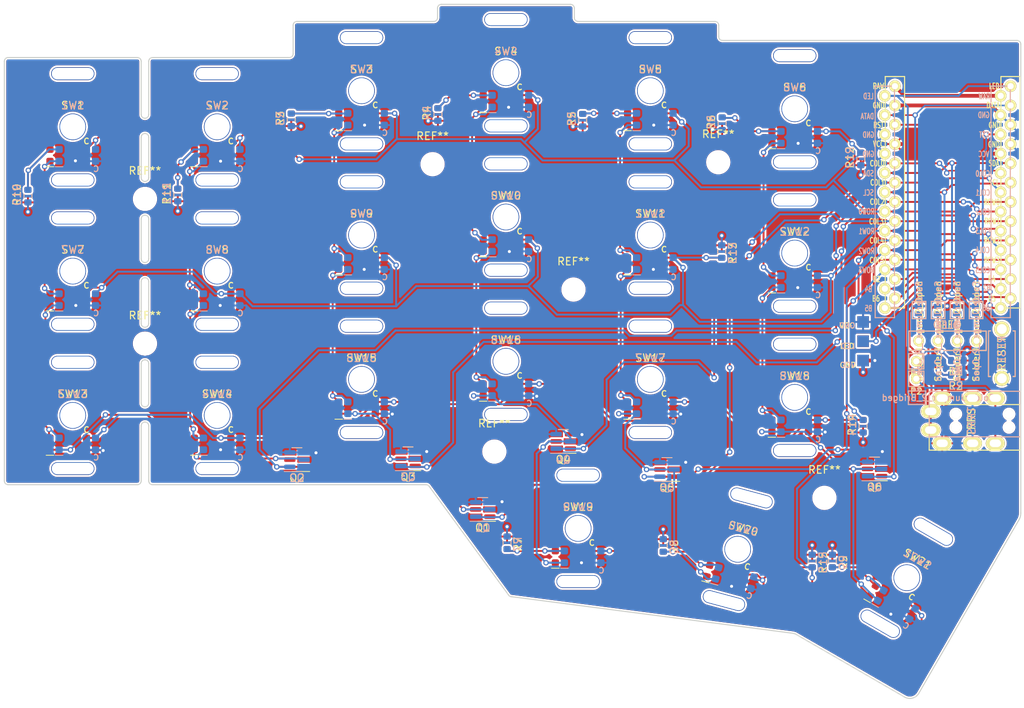
<source format=kicad_pcb>
(kicad_pcb (version 20211014) (generator pcbnew)
  (title_block (title "Corne Chocolate") (date "2018-11-17") (rev "2.1") (company "foostan"))
  (layers (0 "F.Cu" signal) (31 "B.Cu" signal) (34 "B.Paste" user) (35 "F.Paste" user) (36 "B.SilkS" user "B.Silkscreen") (37 "F.SilkS" user "F.Silkscreen") (38 "B.Mask" user) (39 "F.Mask" user) (44 "Edge.Cuts" user))
  (net 0 "")
  (net 1 "row0")
  (net 2 "row1")
  (net 3 "row2")
  (net 4 "row3")
  (net 5 "GND")
  (net 6 "VCC")
  (net 7 "col0")
  (net 8 "col1")
  (net 9 "col2")
  (net 10 "col3")
  (net 11 "col4")
  (net 12 "col5")
  (net 13 "LED")
  (net 14 "data")
  (net 15 "reset")
  (net 16 "SCL")
  (net 17 "SDA")
  (net 18 "unconnected-(U1-Pad24)")
  (net 19 "unconnected-(U1-Pad14)")
  (net 20 "unconnected-(U1-Pad13)")
  (net 21 "Net-(J2-Pad1)")
  (net 22 "Net-(J2-Pad2)")
  (net 23 "Net-(J2-Pad3)")
  (net 24 "Net-(J2-Pad4)")
  (net 25 "Net-(J1-PadA)")
  (net 26 "Net-(J1-PadB)")
  (net 27 "unconnected-(U1-Pad12)")
  (net 28 "unconnected-(U1-Pad11)")
  (net 29 "/col0_sink")
  (net 30 "/col1_sink")
  (net 31 "/col2_sink")
  (net 32 "/col3_sink")
  (net 33 "/col4_sink")
  (net 34 "/col5_sink")
  (net 35 "Net-(R4-Pad2)")
  (net 36 "Net-(R6-Pad2)")
  (net 37 "Net-(R7-Pad2)")
  (net 38 "Net-(R11-Pad2)")
  (net 39 "Net-(R3-Pad2)")
  (net 40 "Net-(SW2-Pad2)")
  (net 41 "Net-(R5-Pad2)")
  (net 42 "Net-(R8-Pad2)")
  (net 43 "Net-(R9-Pad2)")
  (net 44 "Net-(R10-Pad2)")
  (net 45 "Net-(SW12-Pad1)")
  (net 46 "Net-(SW1-Pad2)")
  (net 47 "Net-(SW3-Pad2)")
  (net 48 "Net-(SW10-Pad1)")
  (net 49 "Net-(SW10-Pad2)")
  (net 50 "Net-(SW11-Pad1)")
  (net 51 "Net-(SW13-Pad1)")
  (net 52 "Net-(SW14-Pad1)")
  (net 53 "Net-(SW15-Pad1)")
  (net 54 "Net-(SW11-Pad2)")
  (net 55 "Net-(SW12-Pad2)")
  (footprint "optical:Keychron_LP_Optical" (layer "F.Cu") (at 70 77.125)
    (fp_text reference "SW1")
    (fp_text value "Keychron_LP_Optical" hide)
  )
  (footprint "optical:Keychron_LP_Optical" (layer "F.Cu") (at 89 77.125)
    (fp_text reference "SW2")
    (fp_text value "Keychron_LP_Optical" hide)
  )
  (footprint "optical:Keychron_LP_Optical" (layer "F.Cu") (at 108 72.375)
    (fp_text reference "SW3")
    (fp_text value "Keychron_LP_Optical" hide)
  )
  (footprint "optical:Keychron_LP_Optical" (layer "F.Cu") (at 127 70)
    (fp_text reference "SW4")
    (fp_text value "Keychron_LP_Optical" hide)
  )
  (footprint "optical:Keychron_LP_Optical" (layer "F.Cu") (at 146 72.375)
    (fp_text reference "SW5")
    (fp_text value "Keychron_LP_Optical" hide)
  )
  (footprint "optical:Keychron_LP_Optical" (layer "F.Cu") (at 165 74.75)
    (fp_text reference "SW6")
    (fp_text value "Keychron_LP_Optical" hide)
  )
  (footprint "optical:Keychron_LP_Optical" (layer "F.Cu") (at 70 96.125)
    (fp_text reference "SW7")
    (fp_text value "Keychron_LP_Optical" hide)
  )
  (footprint "optical:Keychron_LP_Optical" (layer "F.Cu") (at 89 96.125)
    (fp_text reference "SW8")
    (fp_text value "Keychron_LP_Optical" hide)
  )
  (footprint "optical:Keychron_LP_Optical" (layer "F.Cu") (at 108 91.375)
    (fp_text reference "SW9")
    (fp_text value "Keychron_LP_Optical" hide)
  )
  (footprint "optical:Keychron_LP_Optical" (layer "F.Cu") (at 127 89)
    (fp_text reference "SW10")
    (fp_text value "Keychron_LP_Optical" hide)
  )
  (footprint "optical:Keychron_LP_Optical" (layer "F.Cu") (at 146 91.375)
    (fp_text reference "SW11")
    (fp_text value "Keychron_LP_Optical" hide)
  )
  (footprint "optical:Keychron_LP_Optical" (layer "F.Cu") (at 165 93.75)
    (fp_text reference "SW12")
    (fp_text value "Keychron_LP_Optical" hide)
  )
  (footprint "optical:Keychron_LP_Optical" (layer "F.Cu") (at 70 115.125)
    (fp_text reference "SW13")
    (fp_text value "Keychron_LP_Optical" hide)
  )
  (footprint "optical:Keychron_LP_Optical" (layer "F.Cu") (at 89 115.125)
    (fp_text reference "SW14")
    (fp_text value "Keychron_LP_Optical" hide)
  )
  (footprint "optical:Keychron_LP_Optical" (layer "F.Cu") (at 108 110.375)
    (fp_text reference "SW15")
    (fp_text value "Keychron_LP_Optical" hide)
  )
  (footprint "optical:Keychron_LP_Optical" (layer "F.Cu") (at 127 108)
    (fp_text reference "SW16")
    (fp_text value "Keychron_LP_Optical" hide)
  )
  (footprint "optical:Keychron_LP_Optical" (layer "F.Cu") (at 146 110.375)
    (fp_text reference "SW17")
    (fp_text value "Keychron_LP_Optical" hide)
  )
  (footprint "optical:Keychron_LP_Optical" (layer "F.Cu") (at 165 112.75)
    (fp_text reference "SW18")
    (fp_text value "Keychron_LP_Optical" hide)
  )
  (footprint "optical:Keychron_LP_Optical" (layer "F.Cu") (at 136.5 130)
    (fp_text reference "SW19")
    (fp_text value "Keychron_LP_Optical" hide)
  )
  (footprint "optical:Keychron_LP_Optical" (layer "F.Cu") (at 157.5 132.75 -15)
    (fp_text reference "SW20")
    (fp_text value "Keychron_LP_Optical" hide)
  )
  (footprint "kbd:Jumper" (layer "F.Cu") (at 188.875 101.25 90)
    (fp_text reference "JP2" hide)
    (fp_text value "SolderJumper_2_Open")
  )
  (footprint "kbd:Jumper" (layer "F.Cu") (at 186.375 101.25 90)
    (fp_text reference "JP3" hide)
    (fp_text value "SolderJumper_2_Open")
  )
  (footprint "kbd:Jumper" (layer "F.Cu") (at 183.875 101.25 90)
    (fp_text reference "JP4" hide)
    (fp_text value "SolderJumper_2_Open")
  )
  (footprint "kbd:Jumper" (layer "F.Cu") (at 181.375 101.25 90)
    (fp_text reference "JP5" hide)
    (fp_text value "SolderJumper_2_Open")
  )
  (footprint "kbd:ProMicro_v2" (layer "F.Cu") (at 185.75 86.25)
    (fp_text reference "U1" hide)
    (fp_text value "ProMicro" hide)
  )
  (footprint "kbd:StripLED_rev" (layer "F.Cu") (at 174 107.9 180)
    (fp_text reference "J3" hide)
    (fp_text value "Conn_01x03" hide)
  )
  (footprint "kbd:OLED" (layer "F.Cu") (at 181.3 105.3)
    (fp_text reference "J2")
    (fp_text value "Conn_01x04" hide)
  )
  (footprint "kbd:MJ-4PP-9" (layer "F.Cu") (at 194.7 116.7 -90)
    (fp_text reference "J1")
    (fp_text value "MJ-4PP-9" hide)
  )
  (footprint "kbd:ResetSW" (layer "F.Cu") (at 192.25 107 90)
    (fp_text reference "RSW1" hide)
    (fp_text value "SW_Push")
  )
  (footprint "optical:Keychron_LP_Optical_1.5u" (layer "F.Cu") (at 179.75 136.5 -30)
    (fp_text reference "SW21")
    (fp_text value "Keychron_LP_Optical" hide)
  )
  (footprint "optical:R_0603_1608Metric" (layer "F.Cu") (at 186.4 109.8 180)
    (fp_text reference "R2")
    (fp_text value "R")
  )
  (footprint "optical:R_0603_1608Metric" (layer "F.Cu") (at 186.4 107.9 180)
    (fp_text reference "R1")
    (fp_text value "R")
  )
  (footprint "kbd:1pin_conn" (layer "F.Cu") (at 181 108)
    (fp_text reference "P1")
    (fp_text value "Conn_01x01" hide)
  )
  (footprint "kbd:1pin_conn" (layer "F.Cu") (at 181 110.3)
    (fp_text reference "P2")
    (fp_text value "Conn_01x01" hide)
  )
  (footprint "optical:R_0603_1608Metric" (layer "F.Cu") (at 155.448 76.708 90)
    (fp_text reference "R6")
    (fp_text value "70R")
  )
  (footprint "Package_TO_SOT_SMD:SOT-23" (layer "F.Cu") (at 134.55 118.55 180)
    (fp_text reference "Q4")
    (fp_text value "Q_NMOS_GSD")
  )
  (footprint "optical:R_0603_1608Metric" (layer "F.Cu") (at 137.1 76.25 90)
    (fp_text reference "R5")
    (fp_text value "70R")
  )
  (footprint "optical:R_0603_1608Metric" (layer "F.Cu") (at 155.4 93.55 -90)
    (fp_text reference "R13")
    (fp_text value "1k")
  )
  (footprint "Package_TO_SOT_SMD:SOT-23" (layer "F.Cu") (at 114.1245 120.838 180)
    (fp_text reference "Q3")
    (fp_text value "Q_NMOS_GSD")
  )
  (footprint "optical:R_0603_1608Metric" (layer "F.Cu") (at 127.15 131.9 -90)
    (fp_text reference "R7")
    (fp_text value "190R")
  )
  (footprint "Package_TO_SOT_SMD:SOT-23" (layer "F.Cu") (at 148.2 122.25 180)
    (fp_text reference "Q5")
    (fp_text value "Q_NMOS_GSD")
  )
  (footprint "Package_TO_SOT_SMD:SOT-23" (layer "F.Cu") (at 123.952 127.508 180)
    (fp_text reference "Q1")
    (fp_text value "Q_NMOS_GSD")
  )
  (footprint "optical:R_0603_1608Metric" (layer "F.Cu") (at 147.7 132.25 -90)
    (fp_text reference "R8")
    (fp_text value "190R")
  )
  (footprint "optical:R_0603_1608Metric" (layer "F.Cu") (at 169.95 134.3 -90)
    (fp_text reference "R9")
    (fp_text value "190R")
  )
  (footprint "MountingHole:MountingHole_2.7mm_M2.5" (layer "F.Cu") (at 79.502 86.614)
    (fp_text reference "REF**")
    (fp_text value "MountingHole_2.7mm_M2.5")
  )
  (footprint "MountingHole:MountingHole_2.7mm_M2.5" (layer "F.Cu") (at 135.89 98.552)
    (fp_text reference "REF**")
    (fp_text value "MountingHole_2.7mm_M2.5")
  )
  (footprint "Package_TO_SOT_SMD:SOT-23" (layer "F.Cu") (at 175.514 122.174 180)
    (fp_text reference "Q6")
    (fp_text value "Q_NMOS_GSD")
  )
  (footprint "optical:R_0603_1608Metric" (layer "F.Cu") (at 174 116.55 90)
    (fp_text reference "R14")
    (fp_text value "1k")
  )
  (footprint "MountingHole:MountingHole_2.7mm_M2.5" (layer "F.Cu") (at 154.94 81.788)
    (fp_text reference "REF**")
    (fp_text value "MountingHole_2.7mm_M2.5")
  )
  (footprint "MountingHole:MountingHole_2.7mm_M2.5" (layer "F.Cu") (at 117.348 82.042)
    (fp_text reference "REF**")
    (fp_text value "MountingHole_2.7mm_M2.5")
  )
  (footprint "optical:R_0603_1608Metric" (layer "F.Cu") (at 98.75 76.2 90)
    (fp_text reference "R3")
    (fp_text value "70R")
  )
  (footprint "optical:R_0603_1608Metric" (layer "F.Cu") (at 118.05 75.5 90)
    (fp_text reference "R4")
    (fp_text value "70R")
  )
  (footprint "Package_TO_SOT_SMD:SOT-23" (layer "F.Cu") (at 99.5 120.95 180)
    (fp_text reference "Q2")
    (fp_text value "Q_NMOS_GSD")
  )
  (footprint "MountingHole:MountingHole_2.7mm_M2.5" (layer "F.Cu") (at 125.476 119.888)
    (fp_text reference "REF**")
    (fp_text value "MountingHole_2.7mm_M2.5")
  )
  (footprint "optical:R_0603_1608Metric" (layer "F.Cu") (at 167.3 134.3 -90)
    (fp_text reference "R15")
    (fp_text value "1k")
  )
  (footprint "MountingHole:MountingHole_2.7mm_M2.5" (layer "F.Cu") (at 79.502 105.664)
    (fp_text reference "REF**")
    (fp_text value "MountingHole_2.7mm_M2.5")
  )
  (footprint "optical:R_0603_1608Metric" (layer "F.Cu") (at 83.82 86.1 90)
    (fp_text reference "R11")
    (fp_text value "70R")
  )
  (footprint "optical:R_0603_1608Metric" (layer "F.Cu") (at 64.1 86.25 90)
    (fp_text reference "R10")
    (fp_text value "70R")
  )
  (footprint "optical:R_0603_1608Metric" (layer "F.Cu") (at 173.7 81.35 90)
    (fp_text reference "R12")
    (fp_text value "1k")
  )
  (footprint "MountingHole:MountingHole_2.7mm_M2.5" (layer "F.Cu") (at 168.91 125.984)
    (fp_text reference "REF**")
    (fp_text value "MountingHole_2.7mm_M2.5")
  )
  (footprint "kbd:Jumper" (layer "B.Cu") (at 188.875 101.25 90)
    (fp_text reference "JP6" hide)
    (fp_text value "SolderJumper_2_Open")
  )
  (footprint "kbd:Jumper" (layer "B.Cu") (at 186.375 101.25 90)
    (fp_text reference "JP7" hide)
    (fp_text value "SolderJumper_2_Open")
  )
  (footprint "kbd:Jumper" (layer "B.Cu") (at 183.875 101.25 90)
    (fp_text reference "JP8" hide)
    (fp_text value "SolderJumper_2_Open")
  )
  (footprint "kbd:Jumper" (layer "B.Cu") (at 181.375 101.25 90)
    (fp_text reference "JP9" hide)
    (fp_text value "SolderJumper_2_Open")
  )
  (footprint "kbd:Jumper" (layer "B.Cu") (at 181.1 112.8 180)
    (fp_text reference "JP1" hide)
    (fp_text value "SolderJumper_2_Bridged")
  )
  (gr_arc (start 78.5 68) (mid 78.853553 68.146447) (end 79 68.5) (layer "Edge.Cuts") (width 0.15))
  (gr_line (start 79 123.75) (end 79 116.5) (layer "Edge.Cuts") (width 0.15))
  (gr_arc (start 79 116.5) (mid 79.146447 116.146447) (end 79.5 116) (layer "Edge.Cuts") (width 0.15))
  (gr_line (start 80 75.5) (end 80 68.5) (layer "Edge.Cuts") (width 0.15))
  (gr_arc (start 79.5 97) (mid 79.853553 97.146447) (end 80 97.5) (layer "Edge.Cuts") (width 0.15))
  (gr_arc (start 79 108.303139) (mid 79.147447 107.949171) (end 79.502 107.803139) (layer "Edge.Cuts") (width 0.15))
  (gr_line (start 98.5 68) (end 80.5 68) (layer "Edge.Cuts") (width 0.15))
  (gr_arc (start 79.502 107.803139) (mid 79.854553 107.95) (end 80 108.303139) (layer "Edge.Cuts") (width 0.15))
  (gr_arc (start 118 62.75) (mid 117.853553 63.103553) (end 117.5 63.25) (layer "Edge.Cuts") (width 0.15))
  (gr_line (start 79 68.5) (end 79 75.5) (layer "Edge.Cuts") (width 0.15))
  (gr_arc (start 79 123.75) (mid 78.853553 124.103553) (end 78.5 124.25) (layer "Edge.Cuts") (width 0.15))
  (gr_arc (start 116.5 124.25) (mid 116.690394 124.28908) (end 116.85 124.4) (layer "Edge.Cuts") (width 0.15))
  (gr_arc (start 155.5 65.75) (mid 155.146447 65.603553) (end 155 65.25) (layer "Edge.Cuts") (width 0.15))
  (gr_arc (start 164.45 143.775) (mid 164.765504 143.82248) (end 165.075 143.9) (layer "Edge.Cuts") (width 0.15))
  (gr_arc (start 79.994953 103.022376) (mid 79.853506 103.373858) (end 79.504953 103.522376) (layer "Edge.Cuts") (width 0.15))
  (gr_line (start 194.75 66.25) (end 194.75 127.975) (layer "Edge.Cuts") (width 0.15))
  (gr_arc (start 154.5 63.25) (mid 154.853553 63.396447) (end 155 63.75) (layer "Edge.Cuts") (width 0.15))
  (gr_arc (start 79.502 84.32) (mid 79.147447 84.173968) (end 79 83.82) (layer "Edge.Cuts") (width 0.15))
  (gr_arc (start 79.5 116) (mid 79.853553 116.146447) (end 80 116.5) (layer "Edge.Cuts") (width 0.15))
  (gr_arc (start 194.75 127.975) (mid 194.695812 128.427495) (end 194.525 128.85) (layer "Edge.Cuts") (width 0.15))
  (gr_arc (start 99 67.5) (mid 98.853553 67.853553) (end 98.5 68) (layer "Edge.Cuts") (width 0.15))
  (gr_arc (start 61 68.5) (mid 61.146447 68.146447) (end 61.5 68) (layer "Edge.Cuts") (width 0.15))
  (gr_line (start 79 89.2556) (end 79 94.5) (layer "Edge.Cuts") (width 0.15))
  (gr_arc (start 79 97.5) (mid 79.146447 97.146447) (end 79.5 97) (layer "Edge.Cuts") (width 0.15))
  (gr_line (start 78.5 68) (end 61.5 68) (layer "Edge.Cuts") (width 0.15))
  (gr_arc (start 61.5 124.25) (mid 61.146447 124.103553) (end 61 123.75) (layer "Edge.Cuts") (width 0.15))
  (gr_line (start 78.994953 103.022376) (end 79 97.5) (layer "Edge.Cuts") (width 0.15))
  (gr_arc (start 79.5 76) (mid 79.146447 75.853553) (end 79 75.5) (layer "Edge.Cuts") (width 0.15))
  (gr_line (start 61 68.5) (end 61 123.75) (layer "Edge.Cuts") (width 0.15))
  (gr_arc (start 79.5 95) (mid 79.146447 94.853553) (end 79 94.5) (layer "Edge.Cuts") (width 0.15))
  (gr_arc (start 79.5 78) (mid 79.853553 78.146447) (end 80 78.5) (layer "Edge.Cuts") (width 0.15))
  (gr_line (start 127.75 139) (end 164.45 143.775) (layer "Edge.Cuts") (width 0.15))
  (gr_line (start 117.5 63.25) (end 99.5 63.25) (layer "Edge.Cuts") (width 0.15))
  (gr_line (start 181.3 151.775) (end 194.525 128.85) (layer "Edge.Cuts") (width 0.15))
  (gr_arc (start 80 94.5) (mid 79.853553 94.853553) (end 79.5 95) (layer "Edge.Cuts") (width 0.15))
  (gr_line (start 80 123.75) (end 80 116.5) (layer "Edge.Cuts") (width 0.15))
  (gr_arc (start 127.75 139) (mid 127.559606 138.96092) (end 127.4 138.85) (layer "Edge.Cuts") (width 0.15))
  (gr_arc (start 181.3 151.775) (mid 180.432223 152.365561) (end 179.4 152.175) (layer "Edge.Cuts") (width 0.15))
  (gr_line (start 80 83.82) (end 80 78.5) (layer "Edge.Cuts") (width 0.15))
  (gr_line (start 165.075 143.9) (end 179.4 152.175) (layer "Edge.Cuts") (width 0.15))
  (gr_line (start 99 63.75) (end 99 67.5) (layer "Edge.Cuts") (width 0.15))
  (gr_line (start 78.5 124.25) (end 61.5 124.25) (layer "Edge.Cuts") (width 0.15))
  (gr_arc (start 79.502 88.7556) (mid 79.854553 88.902461) (end 80 89.2556) (layer "Edge.Cuts") (width 0.15))
  (gr_line (start 79 113.5) (end 79 108.303139) (layer "Edge.Cuts") (width 0.15))
  (gr_line (start 80 108.303139) (end 80 113.5) (layer "Edge.Cuts") (width 0.15))
  (gr_line (start 154.5 63.25) (end 136.5 63.25) (layer "Edge.Cuts") (width 0.15))
  (gr_line (start 118 61.5) (end 118 62.75) (layer "Edge.Cuts") (width 0.15))
  (gr_arc (start 80 113.5) (mid 79.853553 113.853553) (end 79.5 114) (layer "Edge.Cuts") (width 0.15))
  (gr_arc (start 80 83.82) (mid 79.854553 84.173139) (end 79.502 84.32) (layer "Edge.Cuts") (width 0.15))
  (gr_arc (start 80 68.5) (mid 80.146447 68.146447) (end 80.5 68) (layer "Edge.Cuts") (width 0.15))
  (gr_arc (start 118 61.5) (mid 118.146447 61.146447) (end 118.5 61) (layer "Edge.Cuts") (width 0.15))
  (gr_arc (start 79.504953 103.522376) (mid 79.1464 103.378) (end 78.994953 103.022376) (layer "Edge.Cuts") (width 0.15))
  (gr_line (start 80 97.5) (end 79.994953 103.022376) (layer "Edge.Cuts") (width 0.15))
  (gr_arc (start 79.5 114) (mid 79.146447 113.853553) (end 79 113.5) (layer "Edge.Cuts") (width 0.15))
  (gr_line (start 155 65.25) (end 155 63.75) (layer "Edge.Cuts") (width 0.15))
  (gr_arc (start 99 63.75) (mid 99.146447 63.396447) (end 99.5 63.25) (layer "Edge.Cuts") (width 0.15))
  (gr_arc (start 194.25 65.75) (mid 194.603553 65.896447) (end 194.75 66.25) (layer "Edge.Cuts") (width 0.15))
  (gr_line (start 136 62.75) (end 136 61.5) (layer "Edge.Cuts") (width 0.15))
  (gr_line (start 135.5 61) (end 118.5 61) (layer "Edge.Cuts") (width 0.15))
  (gr_arc (start 80 75.5) (mid 79.853553 75.853553) (end 79.5 76) (layer "Edge.Cuts") (width 0.15))
  (gr_arc (start 135.5 61) (mid 135.853553 61.146447) (end 136 61.5) (layer "Edge.Cuts") (width 0.15))
  (gr_line (start 194.25 65.75) (end 155.5 65.75) (layer "Edge.Cuts") (width 0.15))
  (gr_line (start 116.5 124.25) (end 80.5 124.25) (layer "Edge.Cuts") (width 0.15))
  (gr_arc (start 80.5 124.25) (mid 80.146447 124.103553) (end 80 123.75) (layer "Edge.Cuts") (width 0.15))
  (gr_line (start 80 94.5) (end 80 89.2556) (layer "Edge.Cuts") (width 0.15))
  (gr_line (start 79 78.5) (end 79 83.82) (layer "Edge.Cuts") (width 0.15))
  (gr_arc (start 79 78.5) (mid 79.146447 78.146447) (end 79.5 78) (layer "Edge.Cuts") (width 0.15))
  (gr_line (start 116.85 124.4) (end 127.4 138.85) (layer "Edge.Cuts") (width 0.15))
  (gr_arc (start 79 89.2556) (mid 79.147447 88.901632) (end 79.502 88.7556) (layer "Edge.Cuts") (width 0.15))
  (gr_arc (start 136.5 63.25) (mid 136.146447 63.103553) (end 136 62.75) (layer "Edge.Cuts") (width 0.15))
  (gr_text "LED" (at 172 106) (layer "B.SilkS") (effects (font (size 0.7 0.7) (thickness 0.125)) (justify mirror)))
  (gr_text "OLED" (at 185.1 103.3) (layer "B.SilkS") (effects (font (size 0.8128 0.8128)) (justify mirror)))
  (gr_text "GND" (at 171.9 103.3) (layer "B.SilkS") (effects (font (size 0.7 0.7) (thickness 0.125)) (justify mirror)))
  (gr_text "VCC" (at 172 108.5) (layer "B.SilkS") (effects (font (size 0.7 0.7) (thickness 0.125)) (justify mirror)))
  (gr_text "LED" (at 171.9 106) (layer "F.SilkS") (effects (font (size 0.7 0.7) (thickness 0.125))))
  (gr_text "GND" (at 172 108.5) (layer "F.SilkS") (effects (font (size 0.7 0.7) (thickness 0.125))))
  (gr_text "VCC" (at 171.9 103.3) (layer "F.SilkS") (effects (font (size 0.7 0.7) (thickness 0.125))))
  (segment (start 187.518 88.282) (end 188.788 87.012) (width 0.25) (layer "F.Cu") (net 1))
  (segment (start 188.788 87.012) (end 193.4064 87.012) (width 0.25) (layer "F.Cu") (net 1))
  (segment (start 149 75.35) (end 150.125 76.475) (width 0.25) (layer "F.Cu") (net 1))
  (segment (start 130.55 72.95) (end 128.825 72.95) (width 0.25) (layer "F.Cu") (net 1))
  (segment (start 74.284932 77.615068) (end 82.834932 77.615068) (width 0.25) (layer "F.Cu") (net 1))
  (segment (start 173.7 80.5) (end 173.7 80.525) (width 0.25) (layer "F.Cu") (net 1))
  (segment (start 92.9 77.7) (end 92.9 74.5) (width 0.25) (layer "F.Cu") (net 1))
  (segment (start 92.9 74.5) (end 99.8 81.4) (width 0.25) (layer "F.Cu") (net 1))
  (segment (start 112.35 75.35) (end 109.8 75.35) (width 0.25) (layer "F.Cu") (net 1))
  (segment (start 92 78.6) (end 92.9 77.7) (width 0.25) (layer "F.Cu") (net 1))
  (segment (start 128.825 72.95) (end 128.8 72.975) (width 0.25) (layer "F.Cu") (net 1))
  (segment (start 82.834932 77.615068) (end 85.95 74.5) (width 0.25) (layer "F.Cu") (net 1))
  (segment (start 172.55 79.35) (end 173.7 80.5) (width 0.25) (layer "F.Cu") (net 1))
  (segment (start 90.8 80.1) (end 90.8 79.8) (width 0.25) (layer "F.Cu") (net 1))
  (segment (start 169.125 77.725) (end 166.8 77.725) (width 0.25) (layer "F.Cu") (net 1))
  (segment (start 85.95 74.5) (end 91.4 74.5) (width 0.25) (layer "F.Cu") (net 1))
  (segment (start 91.4 74.5) (end 92.9 74.5) (width 0.25) (layer "F.Cu") (net 1))
  (segment (start 176.86 88.282) (end 187.518 88.282) (width 0.25) (layer "F.Cu") (net 1))
  (segment (start 71.8 80.1) (end 73 78.9) (width 0.25) (layer "F.Cu") (net 1))
  (segment (start 90.8 79.8) (end 92 78.6) (width 0.25) (layer "F.Cu") (net 1))
  (segment (start 73 78.9) (end 74.284932 77.615068) (width 0.25) (layer "F.Cu") (net 1))
  (segment (start 147.8 75.35) (end 149 75.35) (width 0.25) (layer "F.Cu") (net 1))
  (segment (start 131.2 73.6) (end 130.55 72.95) (width 0.25) (layer "F.Cu") (net 1))
  (via (at 112.35 75.35) (size 0.7) (drill 0.4) (layers "F.Cu" "B.Cu") (net 1))
  (via (at 92 78.6) (size 0.7) (drill 0.4) (layers "F.Cu" "B.Cu") (net 1))
  (via (at 169.125 77.725) (size 0.7) (drill 0.4) (layers "F.Cu" "B.Cu") (net 1))
  (via (at 73 78.9) (size 0.7) (drill 0.4) (layers "F.Cu" "B.Cu") (net 1))
  (via (at 150.125 76.475) (size 0.7) (drill 0.4) (layers "F.Cu" "B.Cu") (net 1))
  (via (at 172.55 79.35) (size 0.7) (drill 0.4) (layers "F.Cu" "B.Cu") (net 1))
  (via (at 99.8 81.4) (size 0.7) (drill 0.4) (layers "F.Cu" "B.Cu") (net 1))
  (via (at 131.2 73.6) (size 0.7) (drill 0.4) (layers "F.Cu" "B.Cu") (net 1))
  (segment (start 169.125 77.725) (end 168 77.725) (width 0.25) (layer "B.Cu") (net 1))
  (segment (start 170.075 84.15) (end 173.7 80.525) (width 0.25) (layer "B.Cu") (net 1))
  (segment (start 112.35 75.35) (end 111 75.35) (width 0.25) (layer "B.Cu") (net 1))
  (segment (start 73 78.9) (end 73 80.1) (width 0.25) (layer "B.Cu") (net 1))
  (segment (start 131.2 77.4) (end 131.2 73.6) (width 0.25) (layer "B.Cu") (net 1))
  (segment (start 129.43401 79.16599) (end 131.2 77.4) (width 0.25) (layer "B.Cu") (net 1))
  (segment (start 131.81802 81.55) (end 149.15 81.55) (width 0.25) (layer "B.Cu") (net 1))
  (segment (start 149.15 81.55) (end 151.05 79.65) (width 0.25) (layer "B.Cu") (net 1))
  (segment (start 174.207 88.282) (end 176.86 88.282) (width 0.25) (layer "B.Cu") (net 1))
  (segment (start 99.8 81.4) (end 109.95 81.4) (width 0.25) (layer "B.Cu") (net 1))
  (segment (start 129.43401 79.16599) (end 131.81802 81.55) (width 0.25) (layer "B.Cu") (net 1))
  (segment (start 151.05 77.4) (end 150.125 76.475) (width 0.25) (layer "B.Cu") (net 1))
  (segment (start 149.15 81.55) (end 152.69 85.09) (width 0.25) (layer "B.Cu") (net 1))
  (segment (start 169.135 85.09) (end 170.075 84.15) (width 0.25) (layer "B.Cu") (net 1))
  (segment (start 112.35 75.35) (end 112.65 75.65) (width 0.25) (layer "B.Cu") (net 1))
  (segment (start 173.7 80.525) (end 173.7 80.5) (width 0.25) (layer "B.Cu") (net 1))
  (segment (start 112.65 78.7) (end 112.69 78.74) (width 0.25) (layer "B.Cu") (net 1))
  (segment (start 131.2 73.6) (end 130.575 72.975) (width 0.25) (layer "B.Cu") (net 1))
  (segment (start 109.95 81.4) (end 112.65 78.7) (width 0.25) (layer "B.Cu") (net 1))
  (segment (start 152.69 85.09) (end 169.135 85.09) (width 0.25) (layer "B.Cu") (net 1))
  (segment (start 130.575 72.975) (end 130 72.975) (width 0.25) (layer "B.Cu") (net 1))
  (segment (start 129.00802 78.74) (end 129.43401 79.16599) (width 0.25) (layer "B.Cu") (net 1))
  (segment (start 170.925 77.725) (end 169.125 77.725) (width 0.25) (layer "B.Cu") (net 1))
  (segment (start 173.7 80.5) (end 170.925 77.725) (width 0.25) (layer "B.Cu") (net 1))
  (segment (start 112.65 75.65) (end 112.65 78.7) (width 0.25) (layer "B.Cu") (net 1))
  (segment (start 150.125 76.475) (end 149 75.35) (width 0.25) (layer "B.Cu") (net 1))
  (segment (start 170.075 84.15) (end 174.207 88.282) (width 0.25) (layer "B.Cu") (net 1))
  (segment (start 151.05 79.65) (end 151.05 77.4) (width 0.25) (layer "B.Cu") (net 1))
  (segment (start 112.69 78.74) (end 129.00802 78.74) (width 0.25) (layer "B.Cu") (net 1))
  (segment (start 92 78.6) (end 92 80.1) (width 0.25) (layer "B.Cu") (net 1))
  (segment (start 184.098 89.552) (end 193.4064 89.552) (width 0.25) (layer "F.Cu") (net 2))
  (segment (start 89.55 99.1) (end 90.8 99.1) (width 0.25) (layer "F.Cu") (net 2))
  (segment (start 111.55 94.35) (end 109.8 94.35) (width 0.25) (layer "F.Cu") (net 2))
  (segment (start 112.55 95.35) (end 111.55 94.35) (width 0.25) (layer "F.Cu") (net 2))
  (segment (start 153.35 94.35) (end 155.375 94.35) (width 0.25) (layer "F.Cu") (net 2))
  (segment (start 130 91.975) (end 128.8 91.975) (width 0.25) (layer "F.Cu") (net 2))
  (segment (start 72.6 98.3) (end 71.8 99.1) (width 0.25) (layer "F.Cu") (net 2))
  (segment (start 150.3 95.65) (end 149 94.35) (width 0.25) (layer "F.Cu") (net 2))
  (segment (start 131.1375 93.1125) (end 130 91.975) (width 0.25) (layer "F.Cu") (net 2))
  (segment (start 182.828 90.822) (end 184.098 89.552) (width 0.25) (layer "F.Cu") (net 2))
  (segment (start 73.8 98.3) (end 72.6 98.3) (width 0.25) (layer "F.Cu") (net 2))
  (segment (start 155.375 94.35) (end 155.4 94.375) (width 0.25) (layer "F.Cu") (net 2))
  (segment (start 149 94.35) (end 147.8 94.35) (width 0.25) (layer "F.Cu") (net 2))
  (segment (start 176.86 90.822) (end 182.828 90.822) (width 0.25) (layer "F.Cu") (net 2))
  (segment (start 169.775 96.725) (end 166.8 96.725) (width 0.25) (layer "F.Cu") (net 2))
  (via (at 150.3 95.65) (size 0.7) (drill 0.4) (layers "F.Cu" "B.Cu") (net 2))
  (via (at 153.35 94.35) (size 0.7) (drill 0.4) (layers "F.Cu" "B.Cu") (net 2))
  (via (at 89.55 99.1) (size 0.7) (drill 0.4) (layers "F.Cu" "B.Cu") (net 2))
  (via (at 169.775 96.725) (size 0.7) (drill 0.4) (layers "F.Cu" "B.Cu") (net 2))
  (via (at 112.55 95.35) (size 0.7) (drill 0.4) (layers "F.Cu" "B.Cu") (net 2))
  (via (at 131.1375 93.1125) (size 0.7) (drill 0.4) (layers "F.Cu" "B.Cu") (net 2))
  (via (at 73.8 98.3) (size 0.7) (drill 0.4) (layers "F.Cu" "B.Cu") (net 2))
  (segment (start 112.55 100.75) (end 115.2 98.1) (width 0.25) (layer "B.Cu") (net 2))
  (segment (start 115.2 98.1) (end 129.95 98.1) (width 0.25) (layer "B.Cu") (net 2))
  (segment (start 89.55 99.1) (end 92 99.1) (width 0.25) (layer "B.Cu") (net 2))
  (segment (start 112.55 95.35) (end 111.55 94.35) (width 0.25) (layer "B.Cu") (net 2))
  (segment (start 75.9 96.2) (end 85.85 96.2) (width 0.25) (layer "B.Cu") (net 2))
  (segment (start 150.3 100.6) (end 150.3 95.65) (width 0.25) (layer "B.Cu") (net 2))
  (segment (start 153.35 94.35) (end 155.375 94.35) (width 0.25) (layer "B.Cu") (net 2))
  (segment (start 93.65 100.75) (end 112.55 100.75) (width 0.25) (layer "B.Cu") (net 2))
  (segment (start 129.95 98.1) (end 131.2 96.85) (width 0.25) (layer "B.Cu") (net 2))
  (segment (start 112.55 95.35) (end 112.55 100.75) (width 0.25) (layer "B.Cu") (net 2))
  (segment (start 131.1375 93.1125) (end 130 91.975) (width 0.25) (layer "B.Cu") (net 2))
  (segment (start 175.728 90.822) (end 176.86 90.822) (width 0.25) (layer "B.Cu") (net 2))
  (segment (start 169.675 96.725) (end 168 96.725) (width 0.25) (layer "B.Cu") (net 2))
  (segment (start 85.85 96.2) (end 88.75 99.1) (width 0.25) (layer "B.Cu") (net 2))
  (segment (start 73 99.1) (end 73.8 98.3) (width 0.25) (layer "B.Cu") (net 2))
  (segment (start 131.2 96.85) (end 131.2 93.175) (width 0.25) (layer "B.Cu") (net 2))
  (segment (start 150.3 95.65) (end 149 94.35) (width 0.25) (layer "B.Cu") (net 2))
  (segment (start 131.2 93.175) (end 131.1375 93.1125) (width 0.25) (layer "B.Cu") (net 2))
  (segment (start 149.9 100.6) (end 150.3 100.6) (width 0.25) (layer "B.Cu") (net 2))
  (segment (start 92 99.1) (end 93.65 100.75) (width 0.25) (layer "B.Cu") (net 2))
  (segment (start 150.3 100.6) (end 152.5 102.8) (width 0.25) (layer "B.Cu") (net 2))
  (segment (start 133.704 101.854) (end 148.646 101.854) (width 0.25) (layer "B.Cu") (net 2))
  (segment (start 168 96.725) (end 169.775 96.725) (width 0.25) (layer "B.Cu") (net 2))
  (segment (start 88.75 99.1) (end 89.55 99.1) (width 0.25) (layer "B.Cu") (net 2))
  (segment (start 73.8 98.3) (end 75.9 96.2) (width 0.25) (layer "B.Cu") (net 2))
  (segment (start 169.75 101.55) (end 169.75 96.8) (width 0.25) (layer "B.Cu") (net 2))
  (segment (start 111.55 94.35) (end 111 94.35) (width 0.25) (layer "B.Cu") (net 2))
  (segment (start 148.646 101.854) (end 149.9 100.6) (width 0.25) (layer "B.Cu") (net 2))
  (segment (start 169.775 96.725) (end 169.825 96.725) (width 0.25) (layer "B.Cu") (net 2))
  (segment (start 149 94.35) (end 153.35 94.35) (width 0.25) (layer "B.Cu") (net 2))
  (segment (start 152.5 102.8) (end 168.5 102.8) (width 0.25) (layer "B.Cu") (net 2))
  (segment (start 169.825 96.725) (end 175.728 90.822) (width 0.25) (layer "B.Cu") (net 2))
  (segment (start 168.5 102.8) (end 169.75 101.55) (width 0.25) (layer "B.Cu") (net 2))
  (segment (start 155.375 94.35) (end 155.4 94.375) (width 0.25) (layer "B.Cu") (net 2))
  (segment (start 129.95 98.1) (end 133.704 101.854) (width 0.25) (layer "B.Cu") (net 2))
  (segment (start 169.75 96.8) (end 169.675 96.725) (width 0.25) (layer "B.Cu") (net 2))
  (segment (start 159.75 118.35) (end 164.175 118.35) (width 0.25) (layer "F.Cu") (net 3))
  (segment (start 131.375 110.975) (end 136.225 110.975) (width 0.25) (layer "F.Cu") (net 3))
  (segment (start 185.008 92.092) (end 193.4064 92.092) (width 0.25) (layer "F.Cu") (net 3))
  (segment (start 147.8 113.35) (end 150.5 113.35) (width 0.25) (layer "F.Cu") (net 3))
  (segment (start 166.8 115.725) (end 169.025 115.725) (width 0.25) (layer "F.Cu") (net 3))
  (segment (start 128.8 110.975) (end 131.375 110.975) (width 0.25) (layer "F.Cu") (net 3))
  (segment (start 183.738 93.362) (end 185.008 92.092) (width 0.25) (layer "F.Cu") (net 3))
  (segment (start 118.45 113.35) (end 118.75 113.65) (width 0.25) (layer "F.Cu") (net 3))
  (segment (start 102.85 118.1) (end 104.9 116.05) (width 0.25) (layer "F.Cu") (net 3))
  (segment (start 107.1 116.05) (end 109.8 113.35) (width 0.25) (layer "F.Cu") (net 3))
  (segment (start 73 118.1) (end 71.8 118.1) (width 0.25) (layer "F.Cu") (net 3))
  (segment (start 126.125 113.65) (end 128.8 110.975) (width 0.25) (layer "F.Cu") (net 3))
  (segment (start 112.25 113.35) (end 118.45 113.35) (width 0.25) (layer "F.Cu") (net 3))
  (segment (start 141.1 115.85) (end 145.3 115.85) (width 0.25) (layer "F.Cu") (net 3))
  (segment (start 90.8 118.1) (end 102.85 118.1) (width 0.25) (layer "F.Cu") (net 3))
  (segment (start 89.5 118.1) (end 90.8 118.1) (width 0.25) (layer "F.Cu") (net 3))
  (segment (start 169.025 115.725) (end 174 115.725) (width 0.25) (layer "F.Cu") (net 3))
  (segment (start 74.1 117) (end 73 118.1) (width 0.25) (layer "F.Cu") (net 3))
  (segment (start 118.75 113.65) (end 126.125 113.65) (width 0.25) (layer "F.Cu") (net 3))
  (segment (start 145.3 115.85) (end 147.8 113.35) (width 0.25) (layer "F.Cu") (net 3))
  (segment (start 154.75 113.35) (end 159.75 118.35) (width 0.25) (layer "F.Cu") (net 3))
  (segment (start 150.5 113.35) (end 154.75 113.35) (width 0.25) (layer "F.Cu") (net 3))
  (segment (start 164.175 118.35) (end 166.8 115.725) (width 0.25) (layer "F.Cu") (net 3))
  (segment (start 176.86 93.362) (end 183.738 93.362) (width 0.25) (layer "F.Cu") (net 3))
  (segment (start 172.8375 114.5625) (end 174 115.725) (width 0.25) (layer "F.Cu") (net 3))
  (segment (start 104.9 116.05) (end 107.1 116.05) (width 0.25) (layer "F.Cu") (net 3))
  (segment (start 136.225 110.975) (end 141.1 115.85) (width 0.25) (layer "F.Cu") (net 3))
  (segment (start 109.8 113.35) (end 112.25 113.35) (width 0.25) (layer "F.Cu") (net 3))
  (via (at 172.8375 114.5625) (size 0.7) (drill 0.4) (layers "F.Cu" "B.Cu") (net 3))
  (via (at 131.375 110.975) (size 0.7) (drill 0.4) (layers "F.Cu" "B.Cu") (net 3))
  (via (at 150.5 113.35) (size 0.7) (drill 0.4) (layers "F.Cu" "B.Cu") (net 3))
  (via (at 112.25 113.35) (size 0.7) (drill 0.4) (layers "F.Cu" "B.Cu") (net 3))
  (via (at 74.1 117) (size 0.7) (drill 0.4) (layers "F.Cu" "B.Cu") (net 3))
  (via (at 89.5 118.1) (size 0.7) (drill 0.4) (layers "F.Cu" "B.Cu") (net 3))
  (via (at 169.025 115.725) (size 0.7) (drill 0.4) (layers "F.Cu" "B.Cu") (net 3))
  (segment (start 76.05 115.05) (end 74.1 117) (width 0.25) (layer "B.Cu") (net 3))
  (segment (start 171.85 113.575) (end 171.85 98.372) (width 0.25) (layer "B.Cu") (net 3))
  (segment (start 172.8375 114.5625) (end 171.85 113.575) (width 0.25) (layer "B.Cu") (net 3))
  (segment (start 171.85 98.372) (end 176.86 93.362) (width 0.25) (layer "B.Cu") (net 3))
  (segment (start 169.025 115.725) (end 168 115.725) (width 0.25) (layer "B.Cu") (net 3))
  (segment (start 112.25 113.35) (end 111 113.35) (width 0.25) (layer "B.Cu") (net 3))
  (segment (start 85.402817 115.05) (end 76.05 115.05) (width 0.25) (layer "B.Cu") (net 3))
  (segment (start 130 110.975) (end 131.375 110.975) (width 0.25) (layer "B.Cu") (net 3))
  (segment (start 74.1 117) (end 73 118.1) (width 0.25) (layer "B.Cu") (net 3))
  (segment (start 92 118.1) (end 89.5 118.1) (width 0.25) (layer "B.Cu") (net 3))
  (segment (start 88.452817 118.1) (end 85.402817 115.05) (width 0.25) (layer "B.Cu") (net 3))
  (segment (start 174 115.725) (end 172.8375 114.5625) (width 0.25) (layer "B.Cu") (net 3))
  (segment (start 149 113.35) (end 150.5 113.35) (width 0.25) (layer "B.Cu") (net 3))
  (segment (start 89.5 118.1) (end 88.452817 118.1) (width 0.25) (layer "B.Cu") (net 3))
  (segment (start 181.398 95.902) (end 182.668 94.632) (width 0.25) (layer "F.Cu") (net 4))
  (segment (start 182.668 94.632) (end 193.4064 94.632) (width 0.25) (layer "F.Cu") (net 4))
  (segment (start 160.75 136.8) (end 162.425 135.125) (width 0.25) (layer "F.Cu") (net 4))
  (segment (start 175.5 145.45) (end 181.45 145.45) (width 0.25) (layer "F.Cu") (net 4))
  (segment (start 167.3 136.5) (end 167.3 137.25) (width 0.25) (layer "F.Cu") (net 4))
  (segment (start 158.75 141.55) (end 160.9 139.4) (width 0.25) (layer "F.Cu") (net 4))
  (segment (start 160.9 136.95) (end 160.775 136.825) (width 0.25) (layer "F.Cu") (net 4))
  (segment (start 181.7 141.5) (end 180.176426 139.976426) (width 0.25) (layer "F.Cu") (net 4))
  (segment (start 180.176426 139.976426) (end 179.821346 139.976426) (width 0.25) (layer "F.Cu") (net 4))
  (segment (start 172.7 100.05) (end 171.85 100.9) (width 0.25) (layer "F.Cu") (net 4))
  (segment (start 167.3 135.125) (end 167.3 136.5) (width 0.25) (layer "F.Cu") (net 4))
  (segment (start 162.425 135.125) (end 167.3 135.125) (width 0.25) (layer "F.Cu") (net 4))
  (segment (start 144.575 132.975) (end 153.15 141.55) (width 0.25) (layer "F.Cu") (net 4))
  (segment (start 160.775 136.825) (end 160.75 136.8) (width 0.25) (layer "F.Cu") (net 4))
  (segment (start 160.9 139.4) (end 160.9 136.95) (width 0.25) (layer "F.Cu") (net 4))
  (segment (start 140.625 132.975) (end 144.575 132.975) (width 0.25) (layer "F.Cu") (net 4))
  (segment (start 160.75 136.8) (end 160.039504 136.089504) (width 0.25) (layer "F.Cu") (net 4))
  (segment (start 160.039504 136.089504) (end 158.46868 136.089504) (width 0.25) (layer "F.Cu") (net 4))
  (segment (start 138.3 132.975) (end 140.625 132.975) (width 0.25) (layer "F.Cu") (net 4))
  (segment (start 171.85 100.9) (end 171.85 114.9) (width 0.25) (layer "F.Cu") (net 4))
  (segment (start 153.15 141.55) (end 158.75 141.55) (width 0.25) (layer "F.Cu") (net 4))
  (segment (start 181.7 145.2) (end 181.7 141.5) (width 0.25) (layer "F.Cu") (net 4))
  (segment (start 176.86 95.902) (end 181.398 95.902) (width 0.25) (layer "F.Cu") (net 4))
  (segment (start 167.3 137.25) (end 175.5 145.45) (width 0.25) (layer "F.Cu") (net 4))
  (segment (start 181.45 145.45) (end 181.7 145.2) (width 0.25) (layer "F.Cu") (net 4))
  (via (at 181.7 141.5) (size 0.7) (drill 0.4) (layers "F.Cu" "B.Cu") (net 4))
  (via (at 172.7 100.05) (size 0.7) (drill 0.4) (layers "F.Cu" "B.Cu") (net 4))
  (via (at 167.3 136.5) (size 0.7) (drill 0.4) (layers "F.Cu" "B.Cu") (net 4))
  (via (at 160.775 136.825) (size 0.7) (drill 0.4) (layers "F.Cu" "B.Cu") (net 4))
  (via (at 140.625 132.975) (size 0.7) (drill 0.4) (layers "F.Cu" "B.Cu") (net 4))
  (via (at 171.85 114.9) (size 0.7) (drill 0.4) (layers "F.Cu" "B.Cu") (net 4))
  (segment (start 170.967595 120.309) (end 169.759 120.309) (width 0.25) (layer "B.Cu") (net 4))
  (segment (start 169.759 120.309) (end 165.3 124.768) (width 0.25) (layer "B.Cu") (net 4))
  (segment (start 160.775 136.825) (end 160.052705 136.825) (width 0.25) (layer "B.Cu") (net 4))
  (segment (start 165.3 133.9) (end 166.525 135.125) (width 0.25) (layer "B.Cu") (net 4))
  (segment (start 171.85 114.9) (end 171.85 119.426595) (width 0.25) (layer "B.Cu") (net 4))
  (segment (start 165.3 124.768) (end 165.3 133.9) (width 0.25) (layer "B.Cu") (net 4))
  (segment (start 181.7 141.5) (end 181.7 141.41585) (width 0.25) (layer "B.Cu") (net 4))
  (segment (start 139.5 132.975) (end 140.625 132.975) (width 0.25) (layer "B.Cu") (net 4))
  (segment (start 171.85 119.426595) (end 170.967595 120.309) (width 0.25) (layer "B.Cu") (net 4))
  (segment (start 160.052705 136.825) (end 159.627791 136.400086) (width 0.25) (layer "B.Cu") (net 4))
  (segment (start 167.3 136.5) (end 167.3 135.125) (width 0.25) (layer "B.Cu") (net 4))
  (segment (start 172.712 100.05) (end 176.86 95.902) (width 0.25) (layer "B.Cu") (net 4))
  (segment (start 181.7 141.41585) (end 180.860576 140.576426) (width 0.25) (layer "B.Cu") (net 4))
  (segment (start 172.7 100.05) (end 172.712 100.05) (width 0.25) (layer "B.Cu") (net 4))
  (segment (start 166.525 135.125) (end 167.3 135.125) (width 0.25) (layer "B.Cu") (net 4))
  (segment (start 188.198056 99.801944) (end 188.875 100.478888) (width 0.25) (layer "F.Cu") (net 5))
  (segment (start 89.418765 100.668765) (end 89.4 100.65) (width 0.25) (layer "F.Cu") (net 5))
  (segment (start 89.468765 81.668765) (end 89.45 81.65) (width 0.25) (layer "F.Cu") (net 5))
  (segment (start 147.846346 76.918765) (end 146.468765 76.918765) (width 0.25) (layer "F.Cu") (net 5))
  (segment (start 149.14375 121.3) (end 150.65625 121.3) (width 0.25) (layer "F.Cu") (net 5))
  (segment (start 166.846346 79.318765) (end 165.468765 79.318765) (width 0.25) (layer "F.Cu") (net 5))
  (segment (start 174 107.9) (end 175.55 107.9) (width 0.5) (layer "F.Cu") (net 5))
  (segment (start 158.08879 137.65) (end 156.711209 137.65) (width 0.25) (layer "F.Cu") (net 5))
  (segment (start 89.468765 119.668765) (end 89.45 119.65) (width 0.25) (layer "F.Cu") (net 5))
  (segment (start 112.006235 114.906235) (end 112.05 114.95) (width 0.25) (layer "F.Cu") (net 5))
  (segment (start 109.796346 76.918765) (end 108.418765 76.918765) (width 0.25) (layer "F.Cu") (net 5))
  (segment (start 127.368765 74.568765) (end 127.35 74.55) (width 0.25) (layer "F.Cu") (net 5))
  (segment (start 108.418765 76.918765) (end 108.4 76.9) (width 0.25) (layer "F.Cu") (net 5))
  (segment (start 146.468765 76.918765) (end 146.45 76.9) (width 0.25) (layer "F.Cu") (net 5))
  (segment (start 136.961209 134.55) (end 136.942444 134.531235) (width 0.25) (layer "F.Cu") (net 5))
  (segment (start 115.062 119.888) (end 116.5745 119.888) (width 0.25) (layer "F.Cu") (net 5))
  (segment (start 147.796346 95.918765) (end 146.418765 95.918765) (width 0.25) (layer "F.Cu") (net 5))
  (segment (start 190.83 74.312) (end 178.1864 74.312) (width 0.5) (layer "F.Cu") (net 5))
  (segment (start 90.846346 119.668765) (end 89.468765 119.668765) (width 0.25) (layer "F.Cu") (net 5))
  (segment (start 127.468765 93.568765) (end 127.45 93.55) (width 0.25) (layer "F.Cu") (net 5))
  (segment (start 165.468765 79.318765) (end 165.45 79.3) (width 0.25) (layer "F.Cu") (net 5))
  (segment (start 128.842444 112.556235) (end 131.006235 112.556235) (width 0.25) (layer "F.Cu") (net 5))
  (segment (start 128.846346 93.568765) (end 127.468765 93.568765) (width 0.25) (layer "F.Cu") (net 5))
  (segment (start 71.746346 81.618765) (end 70.368765 81.618765) (width 0.25) (layer "F.Cu") (net 5))
  (segment (start 192.1 75.582) (end 190.83 74.312) (width 0.5) (layer "F.Cu") (net 5))
  (segment (start 166.8 117.275) (end 168.963791 117.275) (width 0.25) (layer "F.Cu") (net 5))
  (segment (start 90.846346 81.668765) (end 89.468765 81.668765) (width 0.25) (layer "F.Cu") (net 5))
  (segment (start 108.368765 95.918765) (end 108.35 95.9) (width 0.25) (layer "F.Cu") (net 5))
  (segment (start 73.956235 119.706235) (end 74 119.75) (width 0.25) (layer "F.Cu") (net 5))
  (segment (start 128.746346 74.568765) (end 127.368765 74.568765) (width 0.25) (layer "F.Cu") (net 5))
  (segment (start 135.49375 117.65) (end 137.00625 117.65) (width 0.25) (layer "F.Cu") (net 5))
  (segment (start 100.49375 120.05) (end 102.00625 120.05) (width 0.25) (layer "F.Cu") (net 5))
  (segment (start 179.046346 141.318765) (end 177.668765 141.318765) (width 0.25) (layer "F.Cu") (net 5))
  (segment (start 149.956235 114.906235) (end 150 114.95) (width 0.25) (layer "F.Cu") (net 5))
  (segment (start 177.668765 141.318765) (end 177.65 141.3) (width 0.25) (layer "F.Cu") (net 5))
  (segment (start 131.006235 112.556235) (end 131.05 112.6) (width 0.25) (layer "F.Cu") (net 5))
  (segment (start 138.33879 134.55) (end 136.961209 134.55) (width 0.25) (layer "F.Cu") (net 5))
  (segment (start 176.486235 119.931765) (end 176.486235 121.333556) (width 0.25) (layer "F.Cu") (net 5))
  (segment (start 71.792444 119.706235) (end 73.956235 119.706235) (width 0.25) (layer "F.Cu") (net 5))
  (segment (start 156.711209 137.65) (end 156.692444 137.631235) (width 0.25) (layer "F.Cu") (net 5))
  (segment (start 124.9555 126.492) (end 124.8895 126.558) (width 0.25) (layer "F.Cu") (net 5))
  (segment (start 176.53 119.888) (end 176.486235 119.931765) (width 0.25) (layer "F.Cu") (net 5))
  (segment (start 147.792444 114.906235) (end 149.956235 114.906235) (width 0.25) (layer "F.Cu") (net 5))
  (segment (start 166.796346 98.318765) (end 165.418765 98.318765) (width 0.25) (layer "F.Cu") (net 5))
  (segment (start 168.963791 117.275) (end 169.007556 117.318765) (width 0.25) (layer "F.Cu") (net 5))
  (segment (start 70.368765 81.618765) (end 70.35 81.6) (width 0.25) (layer "F.Cu") (net 5))
  (segment (start 70.418765 100.668765) (end 70.4 100.65) (width 0.25) (layer "F.Cu") (net 5))
  (segment (start 188.875 100.478888) (end 188.875 100.74962) (width 0.25) (layer "F.Cu") (net 5))
  (segment (start 165.418765 98.318765) (end 165.4 98.3) (width 0.25) (layer "F.Cu") (net 5))
  (segment (start 90.796346 100.668765) (end 89.418765 100.668765) (width 0.25) (layer "F.Cu") (net 5))
  (segment (start 146.418765 95.918765) (end 146.4 95.9) (width 0.25) (layer "F.Cu") (net 5))
  (segment (start 71.796346 100.668765) (end 70.418765 100.668765) (width 0.25) (layer "F.Cu") (net 5))
  (segment (start 126.48625 126.492) (end 124.9555 126.492) (width 0.25) (layer "F.Cu") (net 5))
  (segment (start 109.842444 114.906235) (end 112.006235 114.906235) (width 0.25) (layer "F.Cu") (net 5))
  (segment (start 109.746346 95.918765) (end 108.368765 95.918765) (width 0.25) (layer "F.Cu") (net 5))
  (via (at 89.45 81.65) (size 0.7) (drill 0.4) (layers "F.Cu" "B.Cu") (net 5))
  (via (at 146.4 95.9) (size 0.7) (drill 0.4) (layers "F.Cu" "B.Cu") (net 5))
  (via (at 175.55 107.9) (size 0.7) (drill 0.4) (layers "F.Cu" "B.Cu") (net 5))
  (via (at 70.4 100.65) (size 0.7) (drill 0.4) (layers "F.Cu" "B.Cu") (net 5))
  (via (at 102.00625 120.05) (size 0.7) (drill 0.4) (layers "F.Cu" "B.Cu") (net 5))
  (via (at 131.05 112.6) (size 0.7) (drill 0.4) (layers "F.Cu" "B.Cu") (net 5))
  (via (at 177.65 141.3) (size 0.7) (drill 0.4) (layers "F.Cu" "B.Cu") (net 5))
  (via (at 176.53 119.888) (size 0.7) (drill 0.4) (layers "F.Cu" "B.Cu") (net 5))
  (via (at 116.5745 119.888) (size 0.7) (drill 0.4) (layers "F.Cu" "B.Cu") (net 5))
  (via (at 165.4 98.3) (size 0.7) (drill 0.4) (layers "F.Cu" "B.Cu") (net 5))
  (via (at 150.65625 121.3) (size 0.7) (drill 0.4) (layers "F.Cu" "B.Cu") (net 5))
  (via (at 136.942444 134.531235) (size 0.7) (drill 0.4) (layers "F.Cu" "B.Cu") (net 5))
  (via (at 112.05 114.95) (size 0.7) (drill 0.4) (layers "F.Cu" "B.Cu") (net 5))
  (via (at 188.198056 99.801944) (size 0.7) (drill 0.4) (layers "F.Cu" "B.Cu") (net 5))
  (via (at 74 119.75) (size 0.7) (drill 0.4) (layers "F.Cu" "B.Cu") (net 5))
  (via (at 89.45 119.65) (size 0.7) (drill 0.4) (layers "F.Cu" "B.Cu") (net 5))
  (via (at 89.4 100.65) (size 0.7) (drill 0.4) (layers "F.Cu" "B.Cu") (net 5))
  (via (at 108.4 76.9) (size 0.7) (drill 0.4) (layers "F.Cu" "B.Cu") (net 5))
  (via (at 127.35 74.55) (size 0.7) (drill 0.4) (layers "F.Cu" "B.Cu") (net 5))
  (via (at 169.007556 117.318765) (size 0.7) (drill 0.4) (layers "F.Cu" "B.Cu") (net 5))
  (via (at 165.45 79.3) (size 0.7) (drill 0.4) (layers "F.Cu" "B.Cu") (net 5))
  (via (at 126.48625 126.492) (size 0.7) (drill 0.4) (layers "F.Cu" "B.Cu") (net 5))
  (via (at 127.45 93.55) (size 0.7) (drill 0.4) (layers "F.Cu" "B.Cu") (net 5))
  (via (at 108.35 95.9) (size 0.7) (drill 0.4) (layers "F.Cu" "B.Cu") (net 5))
  (via (at 70.35 81.6) (size 0.7) (drill 0.4) (layers "F.Cu" "B.Cu") (net 5))
  (via (at 150 114.95) (size 0.7) (drill 0.4) (layers "F.Cu" "B.Cu") (net 5))
  (via (at 146.45 76.9) (size 0.7) (drill 0.4) (layers "F.Cu" "B.Cu") (net 5))
  (via (at 156.692444 137.631235) (size 0.7) (drill 0.4) (layers "F.Cu" "B.Cu") (net 5))
  (via (at 137.00625 117.65) (size 0.7) (drill 0.4) (layers "F.Cu" "B.Cu") (net 5))
  (segment (start 174.95 76.212) (end 176.86 78.122) (width 0.25) (layer "B.Cu") (net 5))
  (segment (start 176.138 74.312) (end 174.95 75.5) (width 0.25) (layer "B.Cu") (net 5))
  (segment (start 174.95 75.5) (end 174.95 76.212) (width 0.25) (layer "B.Cu") (net 5))
  (segment (start 178.1864 74.312) (end 176.138 74.312) (width 0.25) (layer "B.Cu") (net 5))
  (segment (start 184.192 79.392) (end 185.462 80.662) (width 0.5) (layer "F.Cu") (net 6))
  (segment (start 185.462 80.662) (end 192.1 80.662) (width 0.5) (layer "F.Cu") (net 6))
  (segment (start 187.7 106.55) (end 187.225 107.025) (width 0.5) (layer "F.Cu") (net 6))
  (segment (start 187.04962 100.74962) (end 187.7 101.4) (width 0.5) (layer "F.Cu") (net 6))
  (segment (start 83.82 86.95) (end 83.82 88.225) (width 0.25) (layer "F.Cu") (net 6))
  (segment (start 178.1864 79.392) (end 184.192 79.392) (width 0.5) (layer "F.Cu") (net 6))
  (segment (start 174 117.4) (end 174 118.675) (width 0.25) (layer "F.Cu") (net 6))
  (segment (start 155.4 92.725) (end 155.4 91.45) (width 0.25) (layer "F.Cu") (net 6))
  (segment (start 118.05 76.35) (end 116.775 76.35) (width 0.25) (layer "F.Cu") (net 6))
  (segment (start 64.1 87.05) (end 64.1 88.325) (width 0.25) (layer "F.Cu") (net 6))
  (segment (start 173.7 82) (end 176.308 79.392) (width 0.25) (layer "F.Cu") (net 6))
  (segment (start 169.95 133.5) (end 169.95 132.225) (width 0.25) (layer "F.Cu") (net 6))
  (segment (start 173.7 82.2) (end 173.7 83.475) (width 0.25) (layer "F.Cu") (net 6))
  (segment (start 186.375 100.74962) (end 187.04962 100.74962) (width 0.5) (layer "F.Cu") (net 6))
  (segment (start 184.96 113.66) (end 184.96 118.24) (width 0.5) (layer "F.Cu") (net 6))
  (segment (start 173.7 82.175) (end 173.7 82) (width 0.25) (layer "F.Cu") (net 6))
  (segment (start 187.225 110.025) (end 184.4 112.85) (width 0.5) (layer "F.Cu") (net 6))
  (segment (start 137.1 77.1) (end 135.825 77.1) (width 0.25) (layer "F.Cu") (net 6))
  (segment (start 176.308 79.392) (end 178.1864 79.392) (width 0.25) (layer "F.Cu") (net 6))
  (segment (start 127.15 131.05) (end 127.15 129.775) (width 0.25) (layer "F.Cu") (net 6))
  (segment (start 187.225 107.025) (end 187.225 110.025) (width 0.5) (layer "F.Cu") (net 6))
  (segment (start 155.385 77.47) (end 155.448 77.533) (width 0.25) (layer "F.Cu") (net 6))
  (segment (start 154.178 77.47) (end 155.385 77.47) (width 0.25) (layer "F.Cu") (net 6))
  (segment (start 167.3 133.5) (end 167.3 132.225) (width 0.25) (layer "F.Cu") (net 6))
  (segment (start 147.7 131.4) (end 147.7 130.125) (width 0.25) (layer "F.Cu") (net 6))
  (segment (start 184.4 113.1) (end 184.96 113.66) (width 0.5) (layer "F.Cu") (net 6))
  (segment (start 187.7 101.4) (end 187.7 106.55) (width 0.5) (layer "F.Cu") (net 6))
  (segment (start 98.75 77.05) (end 100.025 77.05) (width 0.25) (layer "F.Cu") (net 6))
  (segment (start 186.375 100.74962) (end 185.05038 100.74962) (width 0.5) (layer "F.Cu") (net 6))
  (via (at 127.15 129.775) (size 0.7) (drill 0.4) (layers "F.Cu" "B.Cu") (net 6))
  (via (at 154.178 77.47) (size 0.7) (drill 0.4) (layers "F.Cu" "B.Cu") (net 6))
  (via (at 83.82 88.225) (size 0.7) (drill 0.4) (layers "F.Cu" "B.Cu") (net 6))
  (via (at 155.4 91.45) (size 0.7) (drill 0.4) (layers "F.Cu" "B.Cu") (net 6))
  (via (at 167.3 132.225) (size 0.7) (drill 0.4) (layers "F.Cu" "B.Cu") (net 6))
  (via (at 169.95 132.225) (size 0.7) (drill 0.4) (layers "F.Cu" "B.Cu") (net 6))
  (via (at 147.7 130.125) (size 0.7) (drill 0.4) (layers "F.Cu" "B.Cu") (net 6))
  (via (at 64.1 88.325) (size 0.7) (drill 0.4) (layers "F.Cu" "B.Cu") (net 6))
  (via (at 174 109.45) (size 0.7) (drill 0.4) (layers "F.Cu" "B.Cu") (net 6))
  (via (at 185.05038 100.74962) (size 0.7) (drill 0.4) (layers "F.Cu" "B.Cu") (net 6))
  (via (at 187.7 106.55) (size 0.7) (drill 0.4) (layers "F.Cu" "B.Cu") (net 6))
  (via (at 173.7 83.475) (size 0.7) (drill 0.4) (layers "F.Cu" "B.Cu") (net 6))
  (via (at 116.775 76.35) (size 0.7) (drill 0.4) (layers "F.Cu" "B.Cu") (net 6))
  (via (at 174 118.675) (size 0.7) (drill 0.4) (layers "F.Cu" "B.Cu") (net 6))
  (via (at 100.025 77.05) (size 0.7) (drill 0.4) (layers "F.Cu" "B.Cu") (net 6))
  (via (at 135.825 77.1) (size 0.7) (drill 0.4) (layers "F.Cu" "B.Cu") (net 6))
  (segment (start 98.75 77.05) (end 100.025 77.05) (width 0.25) (layer "B.Cu") (net 6))
  (segment (start 64.1 87.05) (end 64.1 88.325) (width 0.25) (layer "B.Cu") (net 6))
  (segment (start 187.225 107.025) (end 187.225 109.8) (width 0.5) (layer "B.Cu") (net 6))
  (segment (start 174 107.9) (end 174 109.45) (width 0.5) (layer "B.Cu") (net 6))
  (segment (start 187.7 106.55) (end 187.225 107.025) (width 0.5) (layer "B.Cu") (net 6))
  (segment (start 169.95 133.5) (end 169.95 132.225) (width 0.25) (layer "B.Cu") (net 6))
  (segment (start 127.15 131.05) (end 127.15 129.775) (width 0.25) (layer "B.Cu") (net 6))
  (segment (start 173.7 82.2) (end 173.7 83.475) (width 0.25) (layer "B.Cu") (net 6))
  (segment (start 167.3 133.5) (end 167.3 132.225) (width 0.25) (layer "B.Cu") (net 6))
  (segment (start 155.4 92.725) (end 155.4 91.45) (width 0.25) (layer "B.Cu") (net 6))
  (segment (start 118.05 76.35) (end 116.775 76.35) (width 0.25) (layer "B.Cu") (net 6))
  (segment (start 147.7 131.4) (end 147.7 130.125) (width 0.25) (layer "B.Cu") (net 6))
  (segment (start 155.453 77.47) (end 154.178 77.47) (width 0.25) (layer "B.Cu") (net 6))
  (segment (start 174 117.4) (end 174 118.675) (width 0.25) (layer "B.Cu") (net 6))
  (segment (start 83.82 88.225) (end 83.82 86.925) (width 0.25) (layer "B.Cu") (net 6))
  (segment (start 137.1 77.1) (end 135.825 77.1) (width 0.25) (layer "B.Cu") (net 6))
  (segment (start 183.875 100.74962) (end 185.05038 100.74962) (width 0.5) (layer "B.Cu") (net 6))
  (segment (start 152.136393 124.263607) (end 156.45 119.95) (width 0.25) (layer "F.Cu") (net 7))
  (segment (start 124.9555 128.524) (end 124.8895 128.458) (width 0.25) (layer "F.Cu") (net 7))
  (segment (start 126.492 128.524) (end 130.752393 124.263607) (width 0.25) (layer "F.Cu") (net 7))
  (segment (start 185 83.202) (end 185.302 82.9) (width 0.2) (layer "F.Cu") (net 7))
  (segment (start 176.268 81.932) (end 178.1864 81.932) (width 0.25) (layer "F.Cu") (net 7))
  (segment (start 191.798 82.9) (end 192.1 83.202) (width 0.2) (layer "F.Cu") (net 7))
  (segment (start 185.302 82.9) (end 191.798 82.9) (width 0.2) (layer "F.Cu") (net 7))
  (segment (start 168.85 89.35) (end 176.268 81.932) (width 0.25) (layer "F.Cu") (net 7))
  (segment (start 126.492 128.524) (end 124.9555 128.524) (width 0.25) (layer "F.Cu") (net 7))
  (segment (start 178.1864 81.932) (end 184.032 81.932) (width 0.25) (layer "F.Cu") (net 7))
  (segment (start 156.45 96.670683) (end 159.021642 94.099041) (width 0.25) (layer "F.Cu") (net 7))
  (segment (start 130.752393 124.263607) (end 152.136393 124.263607) (width 0.25) (layer "F.Cu") (net 7))
  (segment (start 156.45 108.85) (end 156.45 96.670683) (width 0.25) (layer "F.Cu") (net 7))
  (via (at 168.85 89.35) (size 0.7) (drill 0.4) (layers "F.Cu" "B.Cu") (net 7))
  (via (at 126.492 128.524) (size 0.7) (drill 0.4) (layers "F.Cu" "B.Cu") (net 7))
  (via (at 156.45 119.95) (size 0.7) (drill 0.4) (layers "F.Cu" "B.Cu") (net 7))
  (via (at 156.45 108.85) (size 0.7) (drill 0.4) (layers "F.Cu" "B.Cu") (net 7))
  (via (at 184.05 81.932) (size 0.7) (drill 0.4) (layers "F.Cu" "B.Cu") (net 7))
  (via (at 185 83.202) (size 0.7) (drill 0.4) (layers "F.Cu" "B.Cu") (net 7))
  (via (at 159.021642 94.099041) (size 0.7) (drill 0.4) (layers "F.Cu" "B.Cu") (net 7))
  (segment (start 163.670683 89.45) (end 159.021642 94.099041) (width 0.25) (layer "B.Cu") (net 7))
  (segment (start 156.45 119.95) (end 156.45 109.45) (width 0.25) (layer "B.Cu") (net 7))
  (segment (start 168.85 89.35) (end 168.75 89.45) (width 0.25) (layer "B.Cu") (net 7))
  (segment (start 126.492 128.524) (end 123.0805 128.524) (width 0.25) (layer "B.Cu") (net 7))
  (segment (start 123.0805 128.524) (end 123.0145 128.458) (width 0.25) (layer "B.Cu") (net 7))
  (segment (start 168.75 89.45) (end 163.670683 89.45) (width 0.25) (layer "B.Cu") (net 7))
  (segment (start 156.45 109.45) (end 156.45 108.85) (width 0.25) (layer "B.Cu") (net 7))
  (segment (start 184.05 81.932) (end 185 82.882) (width 0.25) (layer "B.Cu") (net 7))
  (segment (start 185 82.882) (end 185 83.3) (width 0.25) (layer "B.Cu") (net 7))
  (segment (start 170.45 90.15) (end 176.128 84.472) (width 0.25) (layer "F.Cu") (net 8))
  (segment (start 170.45 90.2) (end 170.45 90.15) (width 0.25) (layer "F.Cu") (net 8))
  (segment (start 100.4375 121.9) (end 96.845405 121.9) (width 0.25) (layer "F.Cu") (net 8))
  (segment (start 184.678 84.472) (end 178.1864 84.472) (width 0.25) (layer "F.Cu") (net 8))
  (segment (start 190.6 83.9) (end 185.25 83.9) (width 0.25) (layer "F.Cu") (net 8))
  (segment (start 185.25 83.9) (end 184.678 84.472) (width 0.25) (layer "F.Cu") (net 8))
  (segment (start 176.128 84.472) (end 178.1864 84.472) (width 0.25) (layer "F.Cu") (net 8))
  (segment (start 170.45 103.85) (end 170.45 94.1) (width 0.25) (layer "F.Cu") (net 8))
  (segment (start 170.35 103.95) (end 170.45 103.85) (width 0.25) (layer "F.Cu") (net 8))
  (via (at 170.45 90.2) (size 0.7) (drill 0.4) (layers "F.Cu" "B.Cu") (net 8))
  (via (at 170.35 103.95) (size 0.7) (drill 0.4) (layers "F.Cu" "B.Cu") (net 8))
  (via (at 170.45 94.1) (size 0.7) (drill 0.4) (layers "F.Cu" "B.Cu") (net 8))
  (via (at 96.845405 121.9) (size 0.7) (drill 0.4) (layers "F.Cu" "B.Cu") (net 8))
  (via (at 190.6 83.9) (size 0.7) (drill 0.4) (layers "F.Cu" "B.Cu") (net 8))
  (segment (start 102.35 106.55) (end 109.85 106.55) (width 0.25) (layer "B.Cu") (net 8))
  (segment (start 170.45 94.1) (end 170.45 90.2) (width 0.25) (layer "B.Cu") (net 8))
  (segment (start 142.6 103.95) (end 143.3 104.65) (width 0.25) (layer "B.Cu") (net 8))
  (segment (start 109.85 106.55) (end 112.45 103.95) (width 0.25) (layer "B.Cu") (net 8))
  (segment (start 143.3 104.65) (end 148.75 104.65) (width 0.25) (layer "B.Cu") (net 8))
  (segment (start 148.75 104.65) (end 149.45 103.95) (width 0.25) (layer "B.Cu") (net 8))
  (segment (start 96.845405 121.9) (end 94.6 119.654595) (width 0.25) (layer "B.Cu") (net 8))
  (segment (start 94.6 114.3) (end 102.35 106.55) (width 0.25) (layer "B.Cu") (net 8))
  (segment (start 94.6 119.654595) (end 94.6 114.3) (width 0.25) (layer "B.Cu") (net 8))
  (segment (start 112.45 103.95) (end 142.6 103.95) (width 0.25) (layer "B.Cu") (net 8))
  (segment (start 190.6 84.242) (end 192.1 85.742) (width 0.25) (layer "B.Cu") (net 8))
  (segment (start 190.6 83.9) (end 190.6 84.242) (width 0.25) (layer "B.Cu") (net 8))
  (segment (start 149.45 103.95) (end 170.35 103.95) (width 0.25) (layer "B.Cu") (net 8))
  (segment (start 98.5625 121.9) (end 96.845405 121.9) (width 0.25) (layer "B.Cu") (net 8))
  (segment (start 174.638 87.012) (end 178.1864 87.012) (width 0.25) (layer "F.Cu") (net 9))
  (segment (start 171.4 90.25) (end 174.638 87.012) (width 0.25) (layer "F.Cu") (net 9))
  (segment (start 189.282 88.282) (end 192.1 88.282) (width 0.25) (layer "F.Cu") (net 9))
  (segment (start 116.586 121.92) (end 115.194 121.92) (width 0.25) (layer "F.Cu") (net 9))
  (segment (start 178.1864 87.012) (end 187.188 87.012) (width 0.25) (layer "F.Cu") (net 9))
  (segment (start 171.15 104.9) (end 171.15 93.5) (width 0.25) (layer "F.Cu") (net 9))
  (segment (start 187.188 87.012) (end 187.2 87) (width 0.25) (layer "F.Cu") (net 9))
  (segment (start 188.95 87.95) (end 189.282 88.282) (width 0.25) (layer "F.Cu") (net 9))
  (segment (start 170.6 105.45) (end 171.15 104.9) (width 0.25) (layer "F.Cu") (net 9))
  (segment (start 115.194 121.92) (end 115.062 121.788) (width 0.25) (layer "F.Cu") (net 9))
  (via (at 187.2 87) (size 0.7) (drill 0.4) (layers "F.Cu" "B.Cu") (net 9))
  (via (at 116.586 121.92) (size 0.7) (drill 0.4) (layers "F.Cu" "B.Cu") (net 9))
  (via (at 171.15 93.5) (size 0.7) (drill 0.4) (layers "F.Cu" "B.Cu") (net 9))
  (via (at 170.6 105.45) (size 0.7) (drill 0.4) (layers "F.Cu" "B.Cu") (net 9))
  (via (at 188.95 87.95) (size 0.7) (drill 0.4) (layers "F.Cu" "B.Cu") (net 9))
  (via (at 171.4 90.25) (size 0.7) (drill 0.4) (layers "F.Cu" "B.Cu") (net 9))
  (segment (start 187.2 87) (end 188 87) (width 0.25) (layer "B.Cu") (net 9))
  (segment (start 171.4 93.25) (end 171.4 90.25) (width 0.25) (layer "B.Cu") (net 9))
  (segment (start 120.05 118.71) (end 120.05 109.45) (width 0.25) (layer "B.Cu") (net 9))
  (segment (start 120.05 109.45) (end 124.05 105.45) (width 0.25) (layer "B.Cu") (net 9))
  (segment (start 116.586 121.92) (end 116.84 121.92) (width 0.25) (layer "B.Cu") (net 9))
  (segment (start 113.319 121.92) (end 113.187 121.788) (width 0.25) (layer "B.Cu") (net 9))
  (segment (start 171.15 93.5) (end 171.4 93.25) (width 0.25) (layer "B.Cu") (net 9))
  (segment (start 160 108.15) (end 167.9 108.15) (width 0.25) (layer "B.Cu") (net 9))
  (segment (start 116.84 121.92) (end 120.05 118.71) (width 0.25) (layer "B.Cu") (net 9))
  (segment (start 188 87) (end 188.95 87.95) (width 0.25) (layer "B.Cu") (net 9))
  (segment (start 124.05 105.45) (end 157.3 105.45) (width 0.25) (layer "B.Cu") (net 9))
  (segment (start 157.3 105.45) (end 160 108.15) (width 0.25) (layer "B.Cu") (net 9))
  (segment (start 116.586 121.92) (end 113.319 121.92) (width 0.25) (layer "B.Cu") (net 9))
  (segment (start 167.9 108.15) (end 170.6 105.45) (width 0.25) (layer "B.Cu") (net 9))
  (segment (start 182.848 89.552) (end 183.6 88.8) (width 0.25) (layer "F.Cu") (net 10))
  (segment (start 183.6 88.8) (end 188.5 88.8) (width 0.25) (layer "F.Cu") (net 10))
  (segment (start 191.828 90.55) (end 192.1 90.822) (width 0.25) (layer "F.Cu") (net 10))
  (segment (start 178.1864 89.552) (end 182.848 89.552) (width 0.25) (layer "F.Cu") (net 10))
  (segment (start 159.4 92.3) (end 154.4 97.3) (width 0.25) (layer "F.Cu") (net 10))
  (segment (start 137.2 119.5) (end 135.4875 119.5) (width 0.25) (layer "F.Cu") (net 10))
  (segment (start 188.5 90.55) (end 191.828 90.55) (width 0.25) (layer "F.Cu") (net 10))
  (segment (start 154.4 97.3) (end 154.4 110.15) (width 0.25) (layer "F.Cu") (net 10))
  (via (at 154.4 110.15) (size 0.7) (drill 0.4) (layers "F.Cu" "B.Cu") (net 10))
  (via (at 137.2 119.5) (size 0.7) (drill 0.4) (layers "F.Cu" "B.Cu") (net 10))
  (via (at 188.5 90.55) (size 0.7) (drill 0.4) (layers "F.Cu" "B.Cu") (net 10))
  (via (at 188.5 88.79) (size 0.7) (drill 0.4) (layers "F.Cu" "B.Cu") (net 10))
  (via (at 159.4 92.3) (size 0.7) (drill 0.4) (layers "F.Cu" "B.Cu") (net 10))
  (segment (start 140.25 110.397433) (end 142.547433 108.1) (width 0.25) (layer "B.Cu") (net 10))
  (segment (start 188.5 90.55) (end 188.5 88.79) (width 0.2) (layer "B.Cu") (net 10))
  (segment (start 152.35 108.1) (end 154.4 110.15) (width 0.25) (layer "B.Cu") (net 10))
  (segment (start 163.05 88.65) (end 170.145405 88.65) (width 0.25) (layer "B.Cu") (net 10))
  (segment (start 159.4 92.3) (end 163.05 88.65) (width 0.25) (layer "B.Cu") (net 10))
  (segment (start 170.145405 88.65) (end 171.047405 89.552) (width 0.25) (layer "B.Cu") (net 10))
  (segment (start 133.6125 119.5) (end 137.2 119.5) (width 0.25) (layer "B.Cu") (net 10))
  (segment (start 142.547433 108.1) (end 152.35 108.1) (width 0.25) (layer "B.Cu") (net 10))
  (segment (start 171.047405 89.552) (end 178.1864 89.552) (width 0.25) (layer "B.Cu") (net 10))
  (segment (start 137.2 119.5) (end 140.25 116.45) (width 0.25) (layer "B.Cu") (net 10))
  (segment (start 140.25 116.45) (end 140.25 110.397433) (width 0.25) (layer "B.Cu") (net 10))
  (segment (start 175.35 114.25) (end 172.55 111.45) (width 0.25) (layer "F.Cu") (net 11))
  (segment (start 183.008 92.092) (end 183.85 91.25) (width 0.25) (layer "F.Cu") (net 11))
  (segment (start 172.55 111.45) (end 172.55 101.55) (width 0.25) (layer "F.Cu") (net 11))
  (segment (start 145.2 123.2) (end 149.1375 123.2) (width 0.25) (layer "F.Cu") (net 11))
  (segment (start 183.85 91.25) (end 190.5 91.25) (width 0.25) (layer "F.Cu") (net 11))
  (segment (start 173.4 100.7) (end 173.4 94.7) (width 0.25) (layer "F.Cu") (net 11))
  (segment (start 172.55 101.55) (end 173.4 100.7) (width 0.25) (layer "F.Cu") (net 11))
  (segment (start 149.1375 123.2) (end 151.3 123.2) (width 0.25) (layer "F.Cu") (net 11))
  (segment (start 178.1864 92.092) (end 183.008 92.092) (width 0.25) (layer "F.Cu") (net 11))
  (segment (start 170.688 119.634) (end 174.916 119.634) (width 0.25) (layer "F.Cu") (net 11))
  (segment (start 174.916 119.634) (end 175.35 119.2) (width 0.25) (layer "F.Cu") (net 11))
  (segment (start 151.3 123.2) (end 152.3 122.2) (width 0.25) (layer "F.Cu") (net 11))
  (segment (start 175.35 119.2) (end 175.35 114.25) (width 0.25) (layer "F.Cu") (net 11))
  (via (at 173.4 94.7) (size 0.7) (drill 0.4) (layers "F.Cu" "B.Cu") (net 11))
  (via (at 145.2 123.2) (size 0.7) (drill 0.4) (layers "F.Cu" "B.Cu") (net 11))
  (via (at 170.688 119.634) (size 0.7) (drill 0.4) (layers "F.Cu" "B.Cu") (net 11))
  (via (at 190.5 91.25) (size 0.7) (drill 0.4) (layers "F.Cu" "B.Cu") (net 11))
  (via (at 152.3 122.2) (size 0.7) (drill 0.4) (layers "F.Cu" "B.Cu") (net 11))
  (segment (start 190.5 91.25) (end 190.5 91.762) (width 0.25) (layer "B.Cu") (net 11))
  (segment (start 166.852 122.2) (end 152.3 122.2) (width 0.25) (layer "B.Cu") (net 11))
  (segment (start 173.4 94.7) (end 176.008 92.092) (width 0.25) (layer "B.Cu") (net 11))
  (segment (start 145.2 123.2) (end 147.2625 123.2) (width 0.25) (layer "B.Cu") (net 11))
  (segment (start 176.008 92.092) (end 178.1864 92.092) (width 0.25) (layer "B.Cu") (net 11))
  (segment (start 169.418 119.634) (end 166.852 122.2) (width 0.25) (layer "B.Cu") (net 11))
  (segment (start 170.688 119.634) (end 169.418 119.634) (width 0.25) (layer "B.Cu") (net 11))
  (segment (start 190.5 91.762) (end 192.1 93.362) (width 0.25) (layer "B.Cu") (net 11))
  (segment (start 176.53575 123.19) (end 178.04825 123.19) (width 0.25) (layer "F.Cu") (net 12))
  (segment (start 175.4 102.25) (end 175.4 95.5) (width 0.25) (layer "F.Cu") (net 12))
  (segment (start 188.7 95.4) (end 189.202 95.902) (width 0.25) (layer "F.Cu") (net 12))
  (segment (start 178.1864 94.632) (end 181.768 94.632) (width 0.25) (layer "F.Cu") (net 12))
  (segment (start 188.6 93.9) (end 188.7 93.8) (width 0.25) (layer "F.Cu") (net 12))
  (segment (start 175.4 95.5) (end 176.268 94.632) (width 0.25) (layer "F.Cu") (net 12))
  (segment (start 181.768 94.632) (end 182.5 93.9) (width 0.25) (layer "F.Cu") (net 12))
  (segment (start 189.202 95.902) (end 192.1 95.902) (width 0.25) (layer "F.Cu") (net 12))
  (segment (start 176.268 94.632) (end 178.1864 94.632) (width 0.25) (layer "F.Cu") (net 12))
  (segment (start 182.5 93.9) (end 188.6 93.9) (width 0.25) (layer "F.Cu") (net 12))
  (segment (start 177.15 104) (end 175.4 102.25) (width 0.25) (layer "F.Cu") (net 12))
  (via (at 188.7 93.8) (size 0.7) (drill 0.4) (layers "F.Cu" "B.Cu") (net 12))
  (via (at 188.7 95.4) (size 0.7) (drill 0.4) (layers "F.Cu" "B.Cu") (net 12))
  (via (at 178.04825 123.19) (size 0.7) (drill 0.4) (layers "F.Cu" "B.Cu") (net 12))
  (via (at 177.15 104) (size 0.7) (drill 0.4) (layers "F.Cu" "B.Cu") (net 12))
  (segment (start 178.054 123.18425) (end 178.054 104.904) (width 0.25) (layer "B.Cu") (net 12))
  (segment (start 174.6425 123.19) (end 174.5765 123.124) (width 0.25) (layer "B.Cu") (net 12))
  (segment (start 178.04825 123.19) (end 178.054 123.18425) (width 0.25) (layer "B.Cu") (net 12))
  (segment (start 188.7 95.4) (end 188.7 93.8) (width 0.25) (layer "B.Cu") (net 12))
  (segment (start 178.04825 123.19) (end 174.6425 123.19) (width 0.25) (layer "B.Cu") (net 12))
  (segment (start 178.054 104.904) (end 177.15 104) (width 0.25) (layer "B.Cu") (net 12))
  (segment (start 175.7 105.36) (end 174 105.36) (width 0.25) (layer "F.Cu") (net 13))
  (via (at 175.7 105.36) (size 0.7) (drill 0.4) (layers "F.Cu" "B.Cu") (net 13))
  (segment (start 174 105.36) (end 175.7 105.36) (width 0.25) (layer "B.Cu") (net 13))
  (segment (start 178.45296 73.042) (end 176.86 73.042) (width 0.25) (layer "B.Cu") (net 13))
  (segment (start 187.838 71.772) (end 193.4064 71.772) (width 0.25) (layer "B.Cu") (net 13))
  (segment (start 175.7 105.36) (end 175.7 104.101789) (width 0.25) (layer "B.Cu") (net 13))
  (segment (start 176.86 73.042) (end 186.568 73.042) (width 0.25) (layer "B.Cu") (net 13))
  (segment (start 179.88 74.46904) (end 178.45296 73.042) (width 0.25) (layer "B.Cu") (net 13))
  (segment (start 179.88 99.921789) (end 179.88 74.46904) (width 0.25) (layer "B.Cu") (net 13))
  (segment (start 186.568 73.042) (end 187.838 71.772) (width 0.25) (layer "B.Cu") (net 13))
  (segment (start 175.7 104.101789) (end 179.88 99.921789) (width 0.25) (layer "B.Cu") (net 13))
  (segment (start 180.848 75.582) (end 176.86 75.582) (width 0.2) (layer "F.Cu") (net 14))
  (via (at 180.848 75.582) (size 0.7) (drill 0.4) (layers "F.Cu" "B.Cu") (net 14))
  (segment (start 180.848 99.589507) (end 179.9 100.537507) (width 0.25) (layer "B.Cu") (net 14))
  (segment (start 182.118 74.312) (end 180.848 75.582) (width 0.2) (layer "B.Cu") (net 14))
  (segment (start 179.9 112.10038) (end 180.59962 112.8) (width 0.25) (layer "B.Cu") (net 14))
  (segment (start 180.848 75.582) (end 180.848 99.589507) (width 0.25) (layer "B.Cu") (net 14))
  (segment (start 179.9 100.537507) (end 179.9 112.10038) (width 0.25) (layer "B.Cu") (net 14))
  (segment (start 193.4064 74.312) (end 182.118 74.312) (width 0.2) (layer "B.Cu") (net 14))
  (segment (start 178.1864 76.852) (end 188.93 76.852) (width 0.25) (layer "F.Cu") (net 15))
  (segment (start 188.93 76.852) (end 190.2 78.122) (width 0.25) (layer "F.Cu") (net 15))
  (segment (start 190.2 78.122) (end 192.1 78.122) (width 0.25) (layer "F.Cu") (net 15))
  (via (at 190.2 78.122) (size 0.7) (drill 0.4) (layers "F.Cu" "B.Cu") (net 15))
  (segment (start 189.75 100.10462) (end 189.762 100.11662) (width 0.25) (layer "B.Cu") (net 15))
  (segment (start 190.2 80.055002) (end 189.75 80.505002) (width 0.25) (layer "B.Cu") (net 15))
  (segment (start 190.2 78.122) (end 190.2 80.055002) (width 0.25) (layer "B.Cu") (net 15))
  (segment (start 189.762 101.262) (end 192.25 103.75) (width 0.25) (layer "B.Cu") (net 15))
  (segment (start 189.75 80.505002) (end 189.75 100.10462) (width 0.25) (layer "B.Cu") (net 15))
  (segment (start 189.762 100.11662) (end 189.762 101.262) (width 0.25) (layer "B.Cu") (net 15))
  (segment (start 184.71 99.724) (end 184.376 99.724) (width 0.25) (layer "F.Cu") (net 16))
  (segment (start 184.55 109.8) (end 185.575 109.8) (width 0.25) (layer "F.Cu") (net 16))
  (segment (start 185.67 84.78) (end 188.866096 84.78) (width 0.25) (layer "F.Cu") (net 16))
  (segment (start 183.875 100.74962) (end 183.35038 100.74962) (width 0.25) (layer "F.Cu") (net 16))
  (segment (start 183.35038 100.74962) (end 182.6 101.5) (width 0.25) (layer "F.Cu") (net 16))
  (segment (start 188.866096 84.78) (end 189.046096 84.6) (width 0.25) (layer "F.Cu") (net 16))
  (segment (start 182.6 101.5) (end 182.6 107.85) (width 0.25) (layer "F.Cu") (net 16))
  (segment (start 183.875 100.225) (end 183.875 100.74962) (width 0.25) (layer "F.Cu") (net 16))
  (segment (start 183.9 109.15) (end 184.55 109.8) (width 0.25) (layer "F.Cu") (net 16))
  (segment (start 184.708 85.742) (end 176.86 85.742) (width 0.25) (layer "F.Cu") (net 16))
  (segment (start 189.046096 84.6) (end 193.2784 84.6) (width 0.25) (layer "F.Cu") (net 16))
  (segment (start 184.376 99.724) (end 183.875 100.225) (width 0.25) (layer "F.Cu") (net 16))
  (segment (start 182.6 107.85) (end 183.9 109.15) (width 0.25) (layer "F.Cu") (net 16))
  (segment (start 184.71 85.74) (end 185.67 84.78) (width 0.25) (layer "F.Cu") (net 16))
  (segment (start 184.71 85.74) (end 184.708 85.742) (width 0.25) (layer "F.Cu") (net 16))
  (segment (start 193.2784 84.6) (end 193.4064 84.472) (width 0.25) (layer "F.Cu") (net 16))
  (via (at 184.71 85.74) (size 0.7) (drill 0.4) (layers "F.Cu" "B.Cu") (net 16))
  (via (at 184.71 99.724) (size 0.7) (drill 0.4) (layers "F.Cu" "B.Cu") (net 16))
  (via (at 183.9 109.15) (size 0.7) (drill 0.4) (layers "F.Cu" "B.Cu") (net 16))
  (segment (start 186.375 100.175) (end 186.375 100.74962) (width 0.25) (layer "B.Cu") (net 16))
  (segment (start 184.71 85.74) (end 184.71 99.724) (width 0.25) (layer "B.Cu") (net 16))
  (segment (start 184.55 109.8) (end 185.575 109.8) (width 0.25) (layer "B.Cu") (net 16))
  (segment (start 185.924 99.724) (end 186.375 100.175) (width 0.25) (layer "B.Cu") (net 16))
  (segment (start 184.71 99.724) (end 185.924 99.724) (width 0.25) (layer "B.Cu") (net 16))
  (segment (start 183.9 109.15) (end 184.55 109.8) (width 0.25) (layer "B.Cu") (net 16))
  (segment (start 183.998 83.202) (end 185.3 81.9) (width 0.25) (layer "F.Cu") (net 17))
  (segment (start 185.3 81.9) (end 185.7 81.9) (width 0.25) (layer "F.Cu") (net 17))
  (segment (start 181.375 100.74962) (end 180.856738 100.74962) (width 0.25) (layer "F.Cu") (net 17))
  (segment (start 182.1965 100.74962) (end 181.375 100.74962) (width 0.25) (layer "F.Cu") (net 17))
  (segment (start 184.375 106.7) (end 185.575 107.9) (width 0.25) (layer "F.Cu") (net 17))
  (segment (start 185.7 99.0495) (end 183.89662 99.0495) (width 0.25) (layer "F.Cu") (net 17))
  (segment (start 183.89662 99.0495) (end 182.1965 100.74962) (width 0.25) (layer "F.Cu") (net 17))
  (segment (start 176.86 83.202) (end 183.998 83.202) (width 0.25) (layer "F.Cu") (net 17))
  (segment (start 180.1 101.506358) (end 180.1 105.94) (width 0.25) (layer "F.Cu") (net 17))
  (segment (start 185.7 81.9) (end 193.3744 81.9) (width 0.25) (layer "F.Cu") (net 17))
  (segment (start 180.86 106.7) (end 181.9 106.7) (width 0.25) (layer "F.Cu") (net 17))
  (segment (start 180.1 105.94) (end 180.86 106.7) (width 0.25) (layer "F.Cu") (net 17))
  (segment (start 180.856738 100.74962) (end 180.1 101.506358) (width 0.25) (layer "F.Cu") (net 17))
  (via (at 185.7 81.9) (size 0.7) (drill 0.4) (layers "F.Cu" "B.Cu") (net 17))
  (via (at 184.375 106.7) (size 0.7) (drill 0.4) (layers "F.Cu" "B.Cu") (net 17))
  (via (at 181.9 106.7) (size 0.7) (drill 0.4) (layers "F.Cu" "B.Cu") (net 17))
  (via (at 185.7 99.0495) (size 0.7) (drill 0.4) (layers "F.Cu" "B.Cu") (net 17))
  (segment (start 185.7 99.0495) (end 185.89051 99.24001) (width 0.25) (layer "B.Cu") (net 17))
  (segment (start 181.9 106.7) (end 184.375 106.7) (width 0.25) (layer "B.Cu") (net 17))
  (segment (start 185.7 81.9) (end 185.7 99.0495) (width 0.25) (layer "B.Cu") (net 17))
  (segment (start 188.09962 100.74962) (end 188.621 100.74962) (width 0.25) (layer "B.Cu") (net 17))
  (segment (start 185.89051 99.24001) (end 186.59001 99.24001) (width 0.25) (layer "B.Cu") (net 17))
  (segment (start 184.375 106.7) (end 185.575 107.9) (width 0.25) (layer "B.Cu") (net 17))
  (segment (start 186.59001 99.24001) (end 188.09962 100.74962) (width 0.25) (layer "B.Cu") (net 17))
  (segment (start 192.1 73.042) (end 179.4564 73.042) (width 0.5) (layer "F.Cu") (net 18))
  (segment (start 179.4564 73.042) (end 178.1864 71.772) (width 0.5) (layer "F.Cu") (net 18))
  (segment (start 189.05 97.95) (end 191.05 97.95) (width 0.25) (layer "F.Cu") (net 19))
  (segment (start 191.05 97.95) (end 191.542 98.442) (width 0.25) (layer "F.Cu") (net 19))
  (segment (start 178.1864 97.172) (end 179.688 97.172) (width 0.25) (layer "F.Cu") (net 19))
  (segment (start 182.135718 95.8) (end 187.8 95.8) (width 0.25) (layer "F.Cu") (net 19))
  (segment (start 179.688 97.172) (end 180.50848 96.35152) (width 0.25) (layer "F.Cu") (net 19))
  (segment (start 181.584198 96.35152) (end 182.135718 95.8) (width 0.25) (layer "F.Cu") (net 19))
  (segment (start 187.8 95.8) (end 188.3 96.3) (width 0.25) (layer "F.Cu") (net 19))
  (segment (start 180.50848 96.35152) (end 181.584198 96.35152) (width 0.25) (layer "F.Cu") (net 19))
  (via (at 188.3 96.3) (size 0.7) (drill 0.4) (layers "F.Cu" "B.Cu") (net 19))
  (via (at 189.05 97.95) (size 0.7) (drill 0.4) (layers "F.Cu" "B.Cu") (net 19))
  (segment (start 189.05 97.05) (end 188.3 96.3) (width 0.25) (layer "B.Cu") (net 19))
  (segment (start 189.05 97.95) (end 189.05 97.05) (width 0.25) (layer "B.Cu") (net 19))
  (segment (start 191.082 100.982) (end 192.1 100.982) (width 0.25) (layer "F.Cu") (net 20))
  (segment (start 187.1 97) (end 182.887892 97) (width 0.25) (layer "F.Cu") (net 20))
  (segment (start 190.7 100.6) (end 191.082 100.982) (width 0.25) (layer "F.Cu") (net 20))
  (segment (start 182.887892 97) (end 181.967892 97.92) (width 0.25) (layer "F.Cu") (net 20))
  (segment (start 180.56 97.92) (end 178.768 99.712) (width 0.25) (layer "F.Cu") (net 20))
  (segment (start 188.95 98.85) (end 187.1 97) (width 0.25) (layer "F.Cu") (net 20))
  (segment (start 181.967892 97.92) (end 180.56 97.92) (width 0.25) (layer "F.Cu") (net 20))
  (segment (start 190.7 98.85) (end 188.95 98.85) (width 0.25) (layer "F.Cu") (net 20))
  (via (at 190.7 100.6) (size 0.7) (drill 0.4) (layers "F.Cu" "B.Cu") (net 20))
  (via (at 190.7 98.85) (size 0.7) (drill 0.4) (layers "F.Cu" "B.Cu") (net 20))
  (segment (start 190.7 98.85) (end 190.7 100.6) (width 0.25) (layer "B.Cu") (net 20))
  (segment (start 181.375 101.75038) (end 181.375 105.225) (width 0.25) (layer "F.Cu") (net 21))
  (segment (start 181.375 101.75038) (end 181.375 105.225) (width 0.25) (layer "B.Cu") (net 21))
  (segment (start 183.84 105.3) (end 183.84 101.78538) (width 0.25) (layer "F.Cu") (net 22))
  (segment (start 183.84 105.3) (end 183.84 101.78538) (width 0.25) (layer "B.Cu") (net 22))
  (segment (start 186.375 101.75038) (end 186.375 105.295) (width 0.25) (layer "F.Cu") (net 23))
  (segment (start 186.375 101.75038) (end 186.375 105.295) (width 0.25) (layer "B.Cu") (net 23))
  (segment (start 188.875 101.75038) (end 188.875 105.255) (width 0.25) (layer "F.Cu") (net 24))
  (segment (start 188.92 105.3) (end 188.92 101.79538) (width 0.25) (layer "B.Cu") (net 24))
  (segment (start 182.8 109.8) (end 182.8 111) (width 0.25) (layer "F.Cu") (net 25))
  (segment (start 182.8 111) (end 183 111.2) (width 0.25) (layer "F.Cu") (net 25))
  (segment (start 183 111.2) (end 183 112.15) (width 0.25) (layer "F.Cu") (net 25))
  (segment (start 183 112.15) (end 182.5 112.65) (width 0.25) (layer "F.Cu") (net 25))
  (segment (start 182.5 112.65) (end 182.5 114.2) (width 0.25) (layer "F.Cu") (net 25))
  (segment (start 181 108) (end 182.8 109.8) (width 0.25) (layer "F.Cu") (net 25))
  (segment (start 182.9 114.6) (end 182.9 117.05) (width 0.25) (layer "F.Cu") (net 25))
  (segment (start 191.4 112.85) (end 191.4 118.8) (width 0.25) (layer "F.Cu") (net 26))
  (segment (start 182.2 111.5) (end 181 110.3) (width 0.25) (layer "B.Cu") (net 26))
  (segment (start 190.05 111.5) (end 182.2 111.5) (width 0.25) (layer "B.Cu") (net 26))
  (segment (start 182.2 112.20038) (end 181.60038 112.8) (width 0.25) (layer "B.Cu") (net 26))
  (segment (start 182.2 111.5) (end 182.2 112.20038) (width 0.25) (layer "B.Cu") (net 26))
  (segment (start 191.4 112.85) (end 190.05 111.5) (width 0.25) (layer "B.Cu") (net 26))
  (segment (start 186.85 97.5) (end 188.9 99.55) (width 0.25) (layer "F.Cu") (net 27))
  (segment (start 193.2444 99.55) (end 193.4064 99.712) (width 0.25) (layer "F.Cu") (net 27))
  (segment (start 183.024303 97.5) (end 186.85 97.5) (width 0.25) (layer "F.Cu") (net 27))
  (segment (start 176.86 100.982) (end 178.698 100.982) (width 0.25) (layer "F.Cu") (net 27))
  (segment (start 188.9 99.55) (end 193.2444 99.55) (width 0.25) (layer "F.Cu") (net 27))
  (segment (start 178.698 100.982) (end 181.23 98.45) (width 0.25) (layer "F.Cu") (net 27))
  (segment (start 182.074303 98.45) (end 183.024303 97.5) (width 0.25) (layer "F.Cu") (net 27))
  (segment (start 181.23 98.45) (end 182.074303 98.45) (width 0.25) (layer "F.Cu") (net 27))
  (segment (start 176.86 98.442) (end 179.188 98.442) (width 0.25) (layer "F.Cu") (net 28))
  (segment (start 187.2864 96.549989) (end 187.90841 97.172) (width 0.25) (layer "F.Cu") (net 28))
  (segment (start 181.965718 96.97) (end 182.385729 96.549989) (width 0.25) (layer "F.Cu") (net 28))
  (segment (start 179.188 98.442) (end 180.66 96.97) (width 0.25) (layer "F.Cu") (net 28))
  (segment (start 180.66 96.97) (end 181.965718 96.97) (width 0.25) (layer "F.Cu") (net 28))
  (segment (start 182.385729 96.549989) (end 187.2864 96.549989) (width 0.25) (layer "F.Cu") (net 28))
  (segment (start 187.90841 97.172) (end 193.4064 97.172) (width 0.25) (layer "F.Cu") (net 28))
  (segment (start 81.05 116.3) (end 79.8 115.05) (width 0.25) (layer "F.Cu") (net 29))
  (segment (start 79.8 115.05) (end 74.3 115.05) (width 0.25) (layer "F.Cu") (net 29))
  (segment (start 121.412 127.508) (end 117.454 123.55) (width 0.25) (layer "F.Cu") (net 29))
  (segment (start 117.454 123.55) (end 86.1 123.55) (width 0.25) (layer "F.Cu") (net 29))
  (segment (start 86.1 123.55) (end 81.05 118.5) (width 0.25) (layer "F.Cu") (net 29))
  (segment (start 69.7 119.65) (end 67 119.65) (width 0.25) (layer "F.Cu") (net 29))
  (segment (start 121.412 127.508) (end 123.0145 127.508) (width 0.25) (layer "F.Cu") (net 29))
  (segment (start 81.05 118.5) (end 81.05 116.3) (width 0.25) (layer "F.Cu") (net 29))
  (via (at 69.7 119.65) (size 0.7) (drill 0.4) (layers "F.Cu" "B.Cu") (net 29))
  (via (at 121.412 127.508) (size 0.7) (drill 0.4) (layers "F.Cu" "B.Cu") (net 29))
  (via (at 74.3 115.05) (size 0.7) (drill 0.4) (layers "F.Cu" "B.Cu") (net 29))
  (segment (start 68.2 119.65) (end 69.7 119.65) (width 0.25) (layer "B.Cu") (net 29))
  (segment (start 121.412 127.508) (end 124.8895 127.508) (width 0.25) (layer "B.Cu") (net 29))
  (segment (start 69.7 119.65) (end 74.3 115.05) (width 0.25) (layer "B.Cu") (net 29))
  (segment (start 86.275 120.575) (end 86.5 120.8) (width 0.25) (layer "F.Cu") (net 30))
  (segment (start 98.4125 120.8) (end 98.5625 120.95) (width 0.25) (layer "F.Cu") (net 30))
  (segment (start 86 120.3) (end 86.275 120.575) (width 0.25) (layer "F.Cu") (net 30))
  (segment (start 96.7 120.8) (end 98.4125 120.8) (width 0.25) (layer "F.Cu") (net 30))
  (segment (start 86 119.65) (end 86 120.3) (width 0.25) (layer "F.Cu") (net 30))
  (segment (start 86.5 120.8) (end 96.7 120.8) (width 0.25) (layer "F.Cu") (net 30))
  (via (at 86.275 120.575) (size 0.7) (drill 0.4) (layers "F.Cu" "B.Cu") (net 30))
  (via (at 96.7 120.8) (size 0.7) (drill 0.4) (layers "F.Cu" "B.Cu") (net 30))
  (segment (start 100.2875 120.8) (end 100.4375 120.95) (width 0.25) (layer "B.Cu") (net 30))
  (segment (start 86.275 120.575) (end 87.2 119.65) (width 0.25) (layer "B.Cu") (net 30))
  (segment (start 96.7 120.8) (end 100.2875 120.8) (width 0.25) (layer "B.Cu") (net 30))
  (segment (start 113.121 120.904) (end 113.187 120.838) (width 0.25) (layer "F.Cu") (net 31))
  (segment (start 105 114.9) (end 107.15 114.9) (width 0.25) (layer "F.Cu") (net 31))
  (segment (start 111.76 120.904) (end 113.121 120.904) (width 0.25) (layer "F.Cu") (net 31))
  (via (at 107.15 114.9) (size 0.7) (drill 0.4) (layers "F.Cu" "B.Cu") (net 31))
  (via (at 111.76 120.904) (size 0.7) (drill 0.4) (layers "F.Cu" "B.Cu") (net 31))
  (segment (start 109.65 114.9) (end 106.2 114.9) (width 0.25) (layer "B.Cu") (net 31))
  (segment (start 111.76 117.01) (end 109.65 114.9) (width 0.25) (layer "B.Cu") (net 31))
  (segment (start 114.996 120.904) (end 115.062 120.838) (width 0.25) (layer "B.Cu") (net 31))
  (segment (start 111.76 120.904) (end 114.996 120.904) (width 0.25) (layer "B.Cu") (net 31))
  (segment (start 111.76 120.904) (end 111.76 117.01) (width 0.25) (layer "B.Cu") (net 31))
  (segment (start 132.65 118.55) (end 133.6125 118.55) (width 0.25) (layer "F.Cu") (net 32))
  (segment (start 122.75 112.55) (end 123.975 112.55) (width 0.25) (layer "F.Cu") (net 32))
  (segment (start 132.275 134.525) (end 133.5 134.525) (width 0.25) (layer "F.Cu") (net 32))
  (segment (start 123.975 112.55) (end 124 112.525) (width 0.25) (layer "F.Cu") (net 32))
  (segment (start 131.9 119.3) (end 132.65 118.55) (width 0.25) (layer "F.Cu") (net 32))
  (via (at 122.75 112.55) (size 0.7) (drill 0.4) (layers "F.Cu" "B.Cu") (net 32))
  (via (at 131.9 119.3) (size 0.7) (drill 0.4) (layers "F.Cu" "B.Cu") (net 32))
  (via (at 132.275 134.525) (size 0.7) (drill 0.4) (layers "F.Cu" "B.Cu") (net 32))
  (segment (start 131.05 120.15) (end 132.65 118.55) (width 0.25) (layer "B.Cu") (net 32))
  (segment (start 134.7 134.525) (end 132.275 134.525) (width 0.25) (layer "B.Cu") (net 32))
  (segment (start 122.875 112.525) (end 125.2 112.525) (width 0.25) (layer "B.Cu") (net 32))
  (segment (start 122.75 112.55) (end 122.875 112.525) (width 0.25) (layer "B.Cu") (net 32))
  (segment (start 131.05 133.3) (end 131.05 120.15) (width 0.25) (layer "B.Cu") (net 32))
  (segment (start 131.071751 113.65) (end 126.325 113.65) (width 0.25) (layer "B.Cu") (net 32))
  (segment (start 132.275 134.525) (end 131.05 133.3) (width 0.25) (layer "B.Cu") (net 32))
  (segment (start 126.325 113.65) (end 125.2 112.525) (width 0.25) (layer "B.Cu") (net 32))
  (segment (start 135.4875 118.065749) (end 131.071751 113.65) (width 0.25) (layer "B.Cu") (net 32))
  (segment (start 135.4875 118.55) (end 135.4875 118.065749) (width 0.25) (layer "B.Cu") (net 32))
  (segment (start 132.65 118.55) (end 135.4875 118.55) (width 0.25) (layer "B.Cu") (net 32))
  (segment (start 152.623924 135.726076) (end 152.812785 135.726076) (width 0.25) (layer "F.Cu") (net 33))
  (segment (start 141.85 114.9) (end 143 114.9) (width 0.25) (layer "F.Cu") (net 33))
  (segment (start 145.5 122.25) (end 147.2625 122.25) (width 0.25) (layer "F.Cu") (net 33))
  (segment (start 152.812785 135.726076) (end 153.431066 136.344357) (width 0.25) (layer "F.Cu") (net 33))
  (via (at 152.623924 135.726076) (size 0.7) (drill 0.4) (layers "F.Cu" "B.Cu") (net 33))
  (via (at 145.5 122.25) (size 0.7) (drill 0.4) (layers "F.Cu" "B.Cu") (net 33))
  (via (at 141.85 114.9) (size 0.7) (drill 0.4) (layers "F.Cu" "B.Cu") (net 33))
  (segment (start 144.2 114.9) (end 142.7 116.4) (width 0.25) (layer "B.Cu") (net 33))
  (segment (start 142.7 119.45) (end 145.5 122.25) (width 0.25) (layer "B.Cu") (net 33))
  (segment (start 154.590177 136.65494) (end 153.552787 136.65494) (width 0.25) (layer "B.Cu") (net 33))
  (segment (start 145.5 122.25) (end 149.1375 122.25) (width 0.25) (layer "B.Cu") (net 33))
  (segment (start 152.623924 135.726076) (end 149.1375 132.239653) (width 0.25) (layer "B.Cu") (net 33))
  (segment (start 153.552787 136.65494) (end 152.623924 135.726076) (width 0.25) (layer "B.Cu") (net 33))
  (segment (start 149.1375 132.239653) (end 149.1375 122.25) (width 0.25) (layer "B.Cu") (net 33))
  (segment (start 144.2 114.9) (end 141.85 114.9) (width 0.25) (layer "B.Cu") (net 33))
  (segment (start 142.7 116.4) (end 142.7 119.45) (width 0.25) (layer "B.Cu") (net 33))
  (segment (start 172.72 122.174) (end 174.5765 122.174) (width 0.25) (layer "F.Cu") (net 34))
  (segment (start 171.274 122.174) (end 172.72 122.174) (width 0.25) (layer "F.Cu") (net 34))
  (segment (start 160.675 117.275) (end 162 117.275) (width 0.25) (layer "F.Cu") (net 34))
  (segment (start 168.402 119.38) (end 168.48 119.38) (width 0.25) (layer "F.Cu") (net 34))
  (segment (start 168.48 119.38) (end 171.274 122.174) (width 0.25) (layer "F.Cu") (net 34))
  (segment (start 173.754945 137.784286) (end 174.889424 138.918765) (width 0.25) (layer "F.Cu") (net 34))
  (segment (start 173.754945 137.345055) (end 173.754945 137.784286) (width 0.25) (layer "F.Cu") (net 34))
  (via (at 168.402 119.38) (size 0.7) (drill 0.4) (layers "F.Cu" "B.Cu") (net 34))
  (via (at 173.754945 137.345055) (size 0.7) (drill 0.4) (layers "F.Cu" "B.Cu") (net 34))
  (via (at 172.72 122.174) (size 0.7) (drill 0.4) (layers "F.Cu" "B.Cu") (net 34))
  (via (at 160.675 117.275) (size 0.7) (drill 0.4) (layers "F.Cu" "B.Cu") (net 34))
  (segment (start 172.72 136.31011) (end 173.754945 137.345055) (width 0.25) (layer "B.Cu") (net 34))
  (segment (start 175.928654 139.518765) (end 173.754945 137.345055) (width 0.25) (layer "B.Cu") (net 34))
  (segment (start 172.72 122.174) (end 176.4515 122.174) (width 0.25) (layer "B.Cu") (net 34))
  (segment (start 172.72 122.174) (end 172.72 136.31011) (width 0.25) (layer "B.Cu") (net 34))
  (segment (start 166.375 117.275) (end 163.2 117.275) (width 0.25) (layer "B.Cu") (net 34))
  (segment (start 168.402 119.302) (end 166.375 117.275) (width 0.25) (layer "B.Cu") (net 34))
  (segment (start 168.402 119.38) (end 168.402 119.302) (width 0.25) (layer "B.Cu") (net 34))
  (segment (start 163.2 117.275) (end 160.675 117.275) (width 0.25) (layer "B.Cu") (net 34))
  (segment (start 119.75 72.975) (end 122.725 72.975) (width 0.25) (layer "F.Cu") (net 35))
  (segment (start 122.725 72.975) (end 124 72.975) (width 0.25) (layer "F.Cu") (net 35))
  (segment (start 118.05 74.675) (end 119.1125 73.6125) (width 0.25) (layer "F.Cu") (net 35))
  (segment (start 119.1125 73.6125) (end 119.75 72.975) (width 0.25) (layer "F.Cu") (net 35))
  (via (at 119.1125 73.6125) (size 0.7) (drill 0.4) (layers "F.Cu" "B.Cu") (net 35))
  (via (at 122.725 72.975) (size 0.7) (drill 0.4) (layers "F.Cu" "B.Cu") (net 35))
  (segment (start 122.725 72.975) (end 125.2 72.975) (width 0.25) (layer "B.Cu") (net 35))
  (segment (start 119.1125 73.6125) (end 118.05 74.675) (width 0.25) (layer "B.Cu") (net 35))
  (segment (start 158.879 77.7) (end 160.25 77.7) (width 0.25) (layer "F.Cu") (net 36))
  (segment (start 157.125 75.946) (end 155.511 75.946) (width 0.25) (layer "F.Cu") (net 36))
  (segment (start 155.511 75.946) (end 155.448 75.883) (width 0.25) (layer "F.Cu") (net 36))
  (segment (start 161.975 77.7) (end 162 77.725) (width 0.25) (layer "F.Cu") (net 36))
  (segment (start 157.125 75.946) (end 158.879 77.7) (width 0.25) (layer "F.Cu") (net 36))
  (segment (start 160.25 77.7) (end 161.975 77.7) (width 0.25) (layer "F.Cu") (net 36))
  (via (at 160.25 77.7) (size 0.7) (drill 0.4) (layers "F.Cu" "B.Cu") (net 36))
  (via (at 157.125 75.946) (size 0.7) (drill 0.4) (layers "F.Cu" "B.Cu") (net 36))
  (segment (start 163.175 77.7) (end 163.2 77.725) (width 0.25) (layer "B.Cu") (net 36))
  (segment (start 157.125 75.946) (end 155.511 75.946) (width 0.25) (layer "B.Cu") (net 36))
  (segment (start 160.25 77.7) (end 163.175 77.7) (width 0.25) (layer "B.Cu") (net 36))
  (segment (start 155.511 75.946) (end 155.448 75.883) (width 0.25) (layer "B.Cu") (net 36))
  (segment (start 127.4 132.975) (end 127.15 132.725) (width 0.25) (layer "F.Cu") (net 37))
  (segment (start 132.125 132.975) (end 128.475 132.975) (width 0.25) (layer "F.Cu") (net 37))
  (segment (start 128.475 132.975) (end 127.4 132.975) (width 0.25) (layer "F.Cu") (net 37))
  (segment (start 133.5 132.975) (end 132.125 132.975) (width 0.25) (layer "F.Cu") (net 37))
  (via (at 132.125 132.975) (size 0.7) (drill 0.4) (layers "F.Cu" "B.Cu") (net 37))
  (via (at 128.475 132.975) (size 0.7) (drill 0.4) (layers "F.Cu" "B.Cu") (net 37))
  (segment (start 132.125 132.975) (end 134.7 132.975) (width 0.25) (layer "B.Cu") (net 37))
  (segment (start 128.475 132.975) (end 127.4 132.975) (width 0.25) (layer "B.Cu") (net 37))
  (segment (start 127.4 132.975) (end 127.15 132.725) (width 0.25) (layer "B.Cu") (net 37))
  (segment (start 83.82 82.19538) (end 84.25769 81.75769) (width 0.25) (layer "F.Cu") (net 38))
  (segment (start 84.25769 81.75769) (end 85.91538 80.1) (width 0.25) (layer "F.Cu") (net 38))
  (segment (start 85.91538 80.1) (end 86 80.1) (width 0.25) (layer "F.Cu") (net 38))
  (segment (start 83.82 83.82) (end 83.82 82.19538) (width 0.25) (layer "F.Cu") (net 38))
  (segment (start 83.82 83.82) (end 83.82 85.275) (width 0.25) (layer "F.Cu") (net 38))
  (via (at 83.82 83.82) (size 0.7) (drill 0.4) (layers "F.Cu" "B.Cu") (net 38))
  (via (at 84.25769 81.75769) (size 0.7) (drill 0.4) (layers "F.Cu" "B.Cu") (net 38))
  (segment (start 85.91538 80.1) (end 87.2 80.1) (width 0.25) (layer "B.Cu") (net 38))
  (segment (start 83.82 83.82) (end 83.82 85.275) (width 0.25) (layer "B.Cu") (net 38))
  (segment (start 84.25769 81.75769) (end 85.91538 80.1) (width 0.25) (layer "B.Cu") (net 38))
  (segment (start 103.675 75.375) (end 104.975 75.375) (width 0.25) (layer "F.Cu") (net 39))
  (segment (start 98.75 75.375) (end 103.675 75.375) (width 0.25) (layer "F.Cu") (net 39))
  (segment (start 104.975 75.375) (end 105 75.35) (width 0.25) (layer "F.Cu") (net 39))
  (via (at 103.675 75.375) (size 0.7) (drill 0.4) (layers "F.Cu" "B.Cu") (net 39))
  (segment (start 106.175 75.375) (end 106.2 75.35) (width 0.25) (layer "B.Cu") (net 39))
  (segment (start 103.675 75.375) (end 106.175 75.375) (width 0.25) (layer "B.Cu") (net 39))
  (segment (start 98.75 75.375) (end 103.675 75.375) (width 0.25) (layer "B.Cu") (net 39))
  (segment (start 86 81.65) (end 85.4 82.25) (width 0.25) (layer "F.Cu") (net 40))
  (segment (start 85.4 83) (end 85.4 97.95) (width 0.25) (layer "F.Cu") (net 40))
  (segment (start 85.4 98.5) (end 86 99.1) (width 0.25) (layer "F.Cu") (net 40))
  (segment (start 85.4 82.25) (end 85.4 83) (width 0.25) (layer "F.Cu") (net 40))
  (segment (start 85.4 97.95) (end 85.4 98.5) (width 0.25) (layer "F.Cu") (net 40))
  (via (at 85.4 97.95) (size 0.7) (drill 0.4) (layers "F.Cu" "B.Cu") (net 40))
  (via (at 85.4 83) (size 0.7) (drill 0.4) (layers "F.Cu" "B.Cu") (net 40))
  (segment (start 85.4 83) (end 85.85 83) (width 0.25) (layer "B.Cu") (net 40))
  (segment (start 86.05 97.95) (end 87.2 99.1) (width 0.25) (layer "B.Cu") (net 40))
  (segment (start 85.4 97.95) (end 86.05 97.95) (width 0.25) (layer "B.Cu") (net 40))
  (segment (start 85.85 83) (end 87.2 81.65) (width 0.25) (layer "B.Cu") (net 40))
  (segment (start 137.175 75.35) (end 138.55 75.35) (width 0.25) (layer "F.Cu") (net 41))
  (segment (start 137.1 75.425) (end 137.175 75.35) (width 0.25) (layer "F.Cu") (net 41))
  (segment (start 138.55 75.35) (end 141.6 75.35) (width 0.25) (layer "F.Cu") (net 41))
  (segment (start 141.6 75.35) (end 143 75.35) (width 0.25) (layer "F.Cu") (net 41))
  (via (at 138.55 75.35) (size 0.7) (drill 0.4) (layers "F.Cu" "B.Cu") (net 41))
  (via (at 141.6 75.35) (size 0.7) (drill 0.4) (layers "F.Cu" "B.Cu") (net 41))
  (segment (start 138.55 75.35) (end 137.175 75.35) (width 0.25) (layer "B.Cu") (net 41))
  (segment (start 137.175 75.35) (end 137.1 75.425) (width 0.25) (layer "B.Cu") (net 41))
  (segment (start 141.6 75.35) (end 144.2 75.35) (width 0.25) (layer "B.Cu") (net 41))
  (segment (start 152.699614 134.847172) (end 153.832236 134.847172) (width 0.25) (layer "F.Cu") (net 42))
  (segment (start 147.7 133.075) (end 148.975 133.075) (width 0.25) (layer "F.Cu") (net 42))
  (segment (start 152.651221 134.798779) (end 152.699614 134.847172) (width 0.25) (layer "F.Cu") (net 42))
  (segment (start 148.975 133.075) (end 150.927442 133.075) (width 0.25) (layer "F.Cu") (net 42))
  (segment (start 150.927442 133.075) (end 152.651221 134.798779) (width 0.25) (layer "F.Cu") (net 42))
  (via (at 152.651221 134.798779) (size 0.7) (drill 0.4) (layers "F.Cu" "B.Cu") (net 42))
  (via (at 148.975 133.075) (size 0.7) (drill 0.4) (layers "F.Cu" "B.Cu") (net 42))
  (segment (start 154.632371 134.798779) (end 154.991347 135.157755) (width 0.25) (layer "B.Cu") (net 42))
  (segment (start 152.651221 134.798779) (end 154.632371 134.798779) (width 0.25) (layer "B.Cu") (net 42))
  (segment (start 148.975 133.075) (end 147.7 133.075) (width 0.25) (layer "B.Cu") (net 42))
  (segment (start 174.693999 136.606001) (end 175.664424 137.576426) (width 0.25) (layer "F.Cu") (net 43))
  (segment (start 171.225 135.125) (end 173.212998 135.125) (width 0.25) (layer "F.Cu") (net 43))
  (segment (start 173.212998 135.125) (end 174.693999 136.606001) (width 0.25) (layer "F.Cu") (net 43))
  (segment (start 169.95 135.125) (end 171.225 135.125) (width 0.25) (layer "F.Cu") (net 43))
  (via (at 174.693999 136.606001) (size 0.7) (drill 0.4) (layers "F.Cu" "B.Cu") (net 43))
  (via (at 171.225 135.125) (size 0.7) (drill 0.4) (layers "F.Cu" "B.Cu") (net 43))
  (segment (start 174.693999 136.606001) (end 175.133229 136.606001) (width 0.25) (layer "B.Cu") (net 43))
  (segment (start 171.225 135.125) (end 169.95 135.125) (width 0.25) (layer "B.Cu") (net 43))
  (segment (start 175.133229 136.606001) (end 176.703654 138.176426) (width 0.25) (layer "B.Cu") (net 43))
  (segment (start 64.15 82.85) (end 66.9 80.1) (width 0.25) (layer "F.Cu") (net 44))
  (segment (start 64.1 82.9) (end 64.1 85.425) (width 0.25) (layer "F.Cu") (net 44))
  (segment (start 64.15 82.85) (end 64.1 82.9) (width 0.25) (layer "F.Cu") (net 44))
  (segment (start 66.9 80.1) (end 67 80.1) (width 0.25) (layer "F.Cu") (net 44))
  (via (at 64.15 82.85) (size 0.7) (drill 0.4) (layers "F.Cu" "B.Cu") (net 44))
  (segment (start 64.15 82.85) (end 64.1 82.9) (width 0.25) (layer "B.Cu") (net 44))
  (segment (start 66.9 80.1) (end 68.2 80.1) (width 0.25) (layer "B.Cu") (net 44))
  (segment (start 64.15 82.85) (end 66.9 80.1) (width 0.25) (layer "B.Cu") (net 44))
  (segment (start 64.1 82.9) (end 64.1 85.425) (width 0.25) (layer "B.Cu") (net 44))
  (segment (start 162 96.725) (end 162 96.7) (width 0.25) (layer "F.Cu") (net 45))
  (segment (start 160.9 95.6) (end 160.9 80.5) (width 0.25) (layer "F.Cu") (net 45))
  (segment (start 160.9 80.375) (end 162 79.275) (width 0.25) (layer "F.Cu") (net 45))
  (segment (start 162 96.7) (end 160.9 95.6) (width 0.25) (layer "F.Cu") (net 45))
  (segment (start 160.9 80.5) (end 160.9 80.375) (width 0.25) (layer "F.Cu") (net 45))
  (via (at 160.9 80.5) (size 0.7) (drill 0.4) (layers "F.Cu" "B.Cu") (net 45))
  (via (at 160.9 95.6) (size 0.7) (drill 0.4) (layers "F.Cu" "B.Cu") (net 45))
  (segment (start 160.9 80.4) (end 162.025 79.275) (width 0.25) (layer "B.Cu") (net 45))
  (segment (start 162.025 96.725) (end 163.2 96.725) (width 0.25) (layer "B.Cu") (net 45))
  (segment (start 160.9 80.5) (end 160.9 80.4) (width 0.25) (layer "B.Cu") (net 45))
  (segment (start 160.9 95.6) (end 162.025 96.725) (width 0.25) (layer "B.Cu") (net 45))
  (segment (start 162.025 79.275) (end 163.2 79.275) (width 0.25) (layer "B.Cu") (net 45))
  (segment (start 67 81.65) (end 66.297434 82.352566) (width 0.25) (layer "F.Cu") (net 46))
  (segment (start 66.297434 98.397434) (end 67 99.1) (width 0.25) (layer "F.Cu") (net 46))
  (segment (start 66.297434 82.352566) (end 66.297434 98.397434) (width 0.25) (layer "F.Cu") (net 46))
  (via (at 66.297434 98.397434) (size 0.7) (drill 0.4) (layers "F.Cu" "B.Cu") (net 46))
  (via (at 66.297434 82.352566) (size 0.7) (drill 0.4) (layers "F.Cu" "B.Cu") (net 46))
  (segment (start 66.297434 82.352566) (end 67 81.65) (width 0.25) (layer "B.Cu") (net 46))
  (segment (start 67 81.65) (end 68.2 81.65) (width 0.25) (layer "B.Cu") (net 46))
  (segment (start 67 99.1) (end 68.2 99.1) (width 0.25) (layer "B.Cu") (net 46))
  (segment (start 66.297434 98.397434) (end 67 99.1) (width 0.25) (layer "B.Cu") (net 46))
  (segment (start 104.4 93.15) (end 104.4 77.9) (width 0.25) (layer "F.Cu") (net 47))
  (segment (start 104.4 93.75) (end 105 94.35) (width 0.25) (layer "F.Cu") (net 47))
  (segment (start 104.4 77.5) (end 105 76.9) (width 0.25) (layer "F.Cu") (net 47))
  (segment (start 104.4 93.15) (end 104.4 93.75) (width 0.25) (layer "F.Cu") (net 47))
  (segment (start 104.4 77.9) (end 104.4 77.5) (width 0.25) (layer "F.Cu") (net 47))
  (via (at 104.4 77.9) (size 0.7) (drill 0.4) (layers "F.Cu" "B.Cu") (net 47))
  (via (at 104.4 93.15) (size 0.7) (drill 0.4) (layers "F.Cu" "B.Cu") (net 47))
  (segment (start 105.2 77.9) (end 106.2 76.9) (width 0.25) (layer "B.Cu") (net 47))
  (segment (start 105 93.15) (end 106.2 94.35) (width 0.25) (layer "B.Cu") (net 47))
  (segment (start 104.4 77.9) (end 105.2 77.9) (width 0.25) (layer "B.Cu") (net 47))
  (segment (start 104.4 93.15) (end 105 93.15) (width 0.25) (layer "B.Cu") (net 47))
  (segment (start 123.825 91.975) (end 124 91.975) (width 0.25) (layer "F.Cu") (net 48))
  (segment (start 122.55 90.7) (end 122.925 91.075) (width 0.25) (layer "F.Cu") (net 48))
  (segment (start 123.0375 75.4875) (end 122.55 75.975) (width 0.25) (layer "F.Cu") (net 48))
  (segment (start 122.55 75.975) (end 122.55 90.7) (width 0.25) (layer "F.Cu") (net 48))
  (segment (start 124 74.525) (end 123.0375 75.4875) (width 0.25) (layer "F.Cu") (net 48))
  (segment (start 122.925 91.075) (end 123.825 91.975) (width 0.25) (layer "F.Cu") (net 48))
  (via (at 123.0375 75.4875) (size 0.7) (drill 0.4) (layers "F.Cu" "B.Cu") (net 48))
  (via (at 122.925 91.075) (size 0.7) (drill 0.4) (layers "F.Cu" "B.Cu") (net 48))
  (segment (start 122.925 91.075) (end 123.85 92) (width 0.25) (layer "B.Cu") (net 48))
  (segment (start 123.85 92) (end 125.175 92) (width 0.25) (layer "B.Cu") (net 48))
  (segment (start 124.2375 75.4875) (end 125.2 74.525) (width 0.25) (layer "B.Cu") (net 48))
  (segment (start 125.175 92) (end 125.2 91.975) (width 0.25) (layer "B.Cu") (net 48))
  (segment (start 123.0375 75.4875) (end 124.2375 75.4875) (width 0.25) (layer "B.Cu") (net 48))
  (segment (start 123.1 94.4) (end 123.1 110.075) (width 0.25) (layer "F.Cu") (net 49))
  (segment (start 123.1 110.075) (end 124 110.975) (width 0.25) (layer "F.Cu") (net 49))
  (segment (start 123.975 93.525) (end 123.1 94.4) (width 0.25) (layer "F.Cu") (net 49))
  (segment (start 124 93.525) (end 123.975 93.525) (width 0.25) (layer "F.Cu") (net 49))
  (via (at 123.1 94.4) (size 0.7) (drill 0.4) (layers "F.Cu" "B.Cu") (net 49))
  (via (at 123.1 110.075) (size 0.7) (drill 0.4) (layers "F.Cu" "B.Cu") (net 49))
  (segment (start 124.3 110.075) (end 125.2 110.975) (width 0.25) (layer "B.Cu") (net 49))
  (segment (start 123.1 94.4) (end 124.325 94.4) (width 0.25) (layer "B.Cu") (net 49))
  (segment (start 123.1 110.075) (end 124.3 110.075) (width 0.25) (layer "B.Cu") (net 49))
  (segment (start 124.325 94.4) (end 125.2 93.525) (width 0.25) (layer "B.Cu") (net 49))
  (segment (start 143 76.9) (end 142.025 77.875) (width 0.25) (layer "F.Cu") (net 50))
  (segment (start 142.025 93.375) (end 143 94.35) (width 0.25) (layer "F.Cu") (net 50))
  (segment (start 142.025 77.875) (end 142.025 93.375) (width 0.25) (layer "F.Cu") (net 50))
  (via (at 142.025 93.375) (size 0.7) (drill 0.4) (layers "F.Cu" "B.Cu") (net 50))
  (via (at 142.025 77.875) (size 0.7) (drill 0.4) (layers "F.Cu" "B.Cu") (net 50))
  (segment (start 143.225 93.375) (end 144.2 94.35) (width 0.25) (layer "B.Cu") (net 50))
  (segment (start 143 76.9) (end 144.2 76.9) (width 0.25) (layer "B.Cu") (net 50))
  (segment (start 142.025 77.875) (end 143 76.9) (width 0.25) (layer "B.Cu") (net 50))
  (segment (start 142.025 93.375) (end 143.225 93.375) (width 0.25) (layer "B.Cu") (net 50))
  (segment (start 66.4 101.9) (end 66.4 116.5) (width 0.25) (layer "F.Cu") (net 51))
  (segment (start 66.4 101.9) (end 66.4 101.25) (width 0.25) (layer "F.Cu") (net 51))
  (segment (start 66.4 101.25) (end 67 100.65) (width 0.25) (layer "F.Cu") (net 51))
  (segment (start 66.875 117.975) (end 67 118.1) (width 0.25) (layer "F.Cu") (net 51))
  (segment (start 66.4 116.5) (end 66.875 116.975) (width 0.25) (layer "F.Cu") (net 51))
  (segment (start 66.875 116.975) (end 66.875 117.975) (width 0.25) (layer "F.Cu") (net 51))
  (via (at 66.875 116.975) (size 0.7) (drill 0.4) (layers "F.Cu" "B.Cu") (net 51))
  (via (at 66.4 101.9) (size 0.7) (drill 0.4) (layers "F.Cu" "B.Cu") (net 51))
  (segment (start 66.4 101.55) (end 67.3 100.65) (width 0.25) (layer "B.Cu") (net 51))
  (segment (start 67.3 100.65) (end 68.2 100.65) (width 0.25) (layer "B.Cu") (net 51))
  (segment (start 66.4 101.9) (end 66.4 101.55) (width 0.25) (layer "B.Cu") (net 51))
  (segment (start 66.875 116.975) (end 67.075 116.975) (width 0.25) (layer "B.Cu") (net 51))
  (segment (start 67.075 116.975) (end 68.2 118.1) (width 0.25) (layer "B.Cu") (net 51))
  (segment (start 85.45 116.5) (end 85.875 116.925) (width 0.25) (layer "F.Cu") (net 52))
  (segment (start 85.45 101.8) (end 85.45 116.5) (width 0.25) (layer "F.Cu") (net 52))
  (segment (start 85.875 116.925) (end 85.875 117.975) (width 0.25) (layer "F.Cu") (net 52))
  (segment (start 85.45 101.2) (end 85.45 101.8) (width 0.25) (layer "F.Cu") (net 52))
  (segment (start 85.875 117.975) (end 86 118.1) (width 0.25) (layer "F.Cu") (net 52))
  (segment (start 86 100.65) (end 85.45 101.2) (width 0.25) (layer "F.Cu") (net 52))
  (via (at 85.875 116.925) (size 0.7) (drill 0.4) (layers "F.Cu" "B.Cu") (net 52))
  (via (at 85.45 101.8) (size 0.7) (drill 0.4) (layers "F.Cu" "B.Cu") (net 52))
  (segment (start 85.875 117.775) (end 86.2 118.1) (width 0.25) (layer "B.Cu") (net 52))
  (segment (start 85.875 116.925) (end 85.875 117.775) (width 0.25) (layer "B.Cu") (net 52))
  (segment (start 86.05 101.8) (end 87.2 100.65) (width 0.25) (layer "B.Cu") (net 52))
  (segment (start 86.2 118.1) (end 87.2 118.1) (width 0.25) (layer "B.Cu") (net 52))
  (segment (start 85.45 101.8) (end 86.05 101.8) (width 0.25) (layer "B.Cu") (net 52))
  (segment (start 105 95.9) (end 104.225 96.675) (width 0.25) (layer "F.Cu") (net 53))
  (segment (start 104.2 96.7) (end 104.2 112.55) (width 0.25) (layer "F.Cu") (net 53))
  (segment (start 104.225 96.675) (end 104.2 96.7) (width 0.25) (layer "F.Cu") (net 53))
  (segment (start 104.2 112.55) (end 105 113.35) (width 0.25) (layer "F.Cu") (net 53))
  (via (at 104.225 96.675) (size 0.7) (drill 0.4) (layers "F.Cu" "B.Cu") (net 53))
  (via (at 104.2 112.55) (size 0.7) (drill 0.4) (layers "F.Cu" "B.Cu") (net 53))
  (segment (start 104.2 112.55) (end 105.4 112.55) (width 0.25) (layer "B.Cu") (net 53))
  (segment (start 105.425 96.675) (end 106.2 95.9) (width 0.25) (layer "B.Cu") (net 53))
  (segment (start 104.225 96.675) (end 105.425 96.675) (width 0.25) (layer "B.Cu") (net 53))
  (segment (start 105.4 112.55) (end 106.2 113.35) (width 0.25) (layer "B.Cu") (net 53))
  (segment (start 142.1 96.8) (end 142.1 112.45) (width 0.25) (layer "F.Cu") (net 54))
  (segment (start 143 95.9) (end 142.1 96.8) (width 0.25) (layer "F.Cu") (net 54))
  (segment (start 142.125 112.475) (end 143 113.35) (width 0.25) (layer "F.Cu") (net 54))
  (segment (start 142.1 112.45) (end 142.125 112.475) (width 0.25) (layer "F.Cu") (net 54))
  (via (at 142.125 112.475) (size 0.7) (drill 0.4) (layers "F.Cu" "B.Cu") (net 54))
  (via (at 142.1 96.8) (size 0.7) (drill 0.4) (layers "F.Cu" "B.Cu") (net 54))
  (segment (start 143.3 96.8) (end 144.2 95.9) (width 0.25) (layer "B.Cu") (net 54))
  (segment (start 142.1 96.8) (end 143.3 96.8) (width 0.25) (layer "B.Cu") (net 54))
  (segment (start 143.325 112.475) (end 144.2 113.35) (width 0.25) (layer "B.Cu") (net 54))
  (segment (start 142.125 112.475) (end 143.325 112.475) (width 0.25) (layer "B.Cu") (net 54))
  (segment (start 160.75 114.475) (end 160.75 99.7) (width 0.25) (layer "F.Cu") (net 55))
  (segment (start 160.75 99.525) (end 162 98.275) (width 0.25) (layer "F.Cu") (net 55))
  (segment (start 162 115.725) (end 160.75 114.475) (width 0.25) (layer "F.Cu") (net 55))
  (segment (start 160.75 99.7) (end 160.75 99.525) (width 0.25) (layer "F.Cu") (net 55))
  (via (at 160.75 99.7) (size 0.7) (drill 0.4) (layers "F.Cu" "B.Cu") (net 55))
  (via (at 160.75 114.45) (size 0.7) (drill 0.4) (layers "F.Cu" "B.Cu") (net 55))
  (segment (start 161.925 114.45) (end 163.2 115.725) (width 0.25) (layer "B.Cu") (net 55))
  (segment (start 160.75 114.45) (end 161.925 114.45) (width 0.25) (layer "B.Cu") (net 55))
  (segment (start 160.75 99.7) (end 162.175 98.275) (width 0.25) (layer "B.Cu") (net 55))
  (segment (start 162.175 98.275) (end 163.2 98.275) (width 0.25) (layer "B.Cu") (net 55))
  (zone (net 6) (net_name "VCC") (layer "F.Cu") (connect_pads (clearance 0.254)) (min_thickness 0.254) (fill yes (thermal_gap 0.254) (thermal_bridge_width 0.254))
    (polygon (pts (arc (start 79 68.5) (mid 78.853553 68.146447) (end 78.5 68)) (arc (start 61.5 68) (mid 61.146447 68.146447) (end 61 68.5)) (arc (start 61 123.75) (mid 61.146447 124.103553) (end 61.5 124.25)) (arc (start 78.5 124.25) (mid 78.853553 124.103553) (end 79 123.75)) (arc (start 79 116.5) (mid 79.146447 116.146447) (end 79.5 116)) (arc (start 79.5 116) (mid 79.853553 116.146447) (end 80 116.5)) (arc (start 80 123.75) (mid 80.146447 124.103553) (end 80.5 124.25)) (arc (start 116.5 124.25) (mid 116.690394 124.28908) (end 116.85 124.4)) (arc (start 127.4 138.85) (mid 127.559606 138.96092) (end 127.75 139)) (arc (start 164.45 143.775) (mid 164.765504 143.82248) (end 165.075 143.9)) (arc (start 179.4 152.175) (mid 180.432223 152.365561) (end 181.3 151.775)) (arc (start 194.525 128.85) (mid 194.695812 128.427495) (end 194.75 127.975)) (arc (start 194.75 66.25) (mid 194.603553 65.896447) (end 194.25 65.75)) (arc (start 155.5 65.75) (mid 155.146447 65.603553) (end 155 65.25)) (arc (start 155 63.75) (mid 154.853553 63.396447) (end 154.5 63.25)) (arc (start 136.5 63.25) (mid 136.146447 63.103553) (end 136 62.75)) (arc (start 136 61.5) (mid 135.853553 61.146447) (end 135.5 61)) (arc (start 118.5 61) (mid 118.146447 61.146447) (end 118 61.5)) (arc (start 118 62.75) (mid 117.853553 63.103553) (end 117.5 63.25)) (arc (start 99.5 63.25) (mid 99.146447 63.396447) (end 99 63.75)) (arc (start 99 67.5) (mid 98.853553 67.853553) (end 98.5 68)) (arc (start 80.5 68) (mid 80.146447 68.146447) (end 80 68.5)) (arc (start 80 75.5) (mid 79.853553 75.853553) (end 79.5 76)) (arc (start 79.5 76) (mid 79.146447 75.853553) (end 79 75.5))))
  )
  (zone (net 6) (net_name "VCC") (layer "F.Cu") (connect_pads (clearance 0.254)) (min_thickness 0.254) (fill yes (thermal_gap 0.254) (thermal_bridge_width 0.254))
    (polygon (pts (arc (start 80 97.5) (mid 79.853553 97.146447) (end 79.5 97)) (arc (start 79.5 97) (mid 79.146447 97.146447) (end 79 97.5)) (arc (start 79 113.5) (mid 79.146447 113.853553) (end 79.5 114)) (arc (start 79.5 114) (mid 79.853553 113.853553) (end 80 113.5))))
  )
  (zone (net 6) (net_name "VCC") (layer "F.Cu") (connect_pads (clearance 0.254)) (min_thickness 0.254) (fill yes (thermal_gap 0.254) (thermal_bridge_width 0.254))
    (polygon (pts (arc (start 79.5 95) (mid 79.146447 94.853553) (end 79 94.5)) (arc (start 79 78.5) (mid 79.146447 78.146447) (end 79.5 78)) (arc (start 79.5 78) (mid 79.853553 78.146447) (end 80 78.5)) (arc (start 80 94.5) (mid 79.853553 94.853553) (end 79.5 95))))
  )
  (zone (net 5) (net_name "GND") (layer "B.Cu") (connect_pads (clearance 0.254)) (min_thickness 0.254) (fill yes (thermal_gap 0.254) (thermal_bridge_width 0.254))
    (polygon (pts (arc (start 80 97.5) (mid 79.853553 97.146447) (end 79.5 97)) (arc (start 79.5 97) (mid 79.146447 97.146447) (end 79 97.5)) (arc (start 79 113.5) (mid 79.146447 113.853553) (end 79.5 114)) (arc (start 79.5 114) (mid 79.853553 113.853553) (end 80 113.5))))
  )
  (zone (net 5) (net_name "GND") (layer "B.Cu") (connect_pads (clearance 0.254)) (min_thickness 0.254) (fill yes (thermal_gap 0.254) (thermal_bridge_width 0.254))
    (polygon (pts (arc (start 79 68.5) (mid 78.853553 68.146447) (end 78.5 68)) (arc (start 61.5 68) (mid 61.146447 68.146447) (end 61 68.5)) (arc (start 61 123.75) (mid 61.146447 124.103553) (end 61.5 124.25)) (arc (start 78.5 124.25) (mid 78.853553 124.103553) (end 79 123.75)) (arc (start 79 116.5) (mid 79.146447 116.146447) (end 79.5 116)) (arc (start 79.5 116) (mid 79.853553 116.146447) (end 80 116.5)) (arc (start 80 123.75) (mid 80.146447 124.103553) (end 80.5 124.25)) (arc (start 116.5 124.25) (mid 116.690394 124.28908) (end 116.85 124.4)) (arc (start 127.4 138.85) (mid 127.559606 138.96092) (end 127.75 139)) (arc (start 164.45 143.775) (mid 164.765504 143.82248) (end 165.075 143.9)) (arc (start 179.4 152.175) (mid 180.432223 152.365561) (end 181.3 151.775)) (arc (start 194.525 128.85) (mid 194.695812 128.427495) (end 194.75 127.975)) (arc (start 194.75 66.25) (mid 194.603553 65.896447) (end 194.25 65.75)) (arc (start 155.5 65.75) (mid 155.146447 65.603553) (end 155 65.25)) (arc (start 155 63.75) (mid 154.853553 63.396447) (end 154.5 63.25)) (arc (start 136.5 63.25) (mid 136.146447 63.103553) (end 136 62.75)) (arc (start 136 61.5) (mid 135.853553 61.146447) (end 135.5 61)) (arc (start 118.5 61) (mid 118.146447 61.146447) (end 118 61.5)) (arc (start 118 62.75) (mid 117.853553 63.103553) (end 117.5 63.25)) (arc (start 99.5 63.25) (mid 99.146447 63.396447) (end 99 63.75)) (arc (start 99 67.5) (mid 98.853553 67.853553) (end 98.5 68)) (arc (start 80.5 68) (mid 80.146447 68.146447) (end 80 68.5)) (arc (start 80 75.5) (mid 79.853553 75.853553) (end 79.5 76)) (arc (start 79.5 76) (mid 79.146447 75.853553) (end 79 75.5))))
  )
  (zone (net 5) (net_name "GND") (layer "B.Cu") (connect_pads (clearance 0.254)) (min_thickness 0.254) (fill yes (thermal_gap 0.254) (thermal_bridge_width 0.254))
    (polygon (pts (arc (start 79.5 95) (mid 79.146447 94.853553) (end 79 94.5)) (arc (start 79 78.5) (mid 79.146447 78.146447) (end 79.5 78)) (arc (start 79.5 78) (mid 79.853553 78.146447) (end 80 78.5)) (arc (start 80 94.5) (mid 79.853553 94.853553) (end 79.5 95))))
  )
)
</source>
